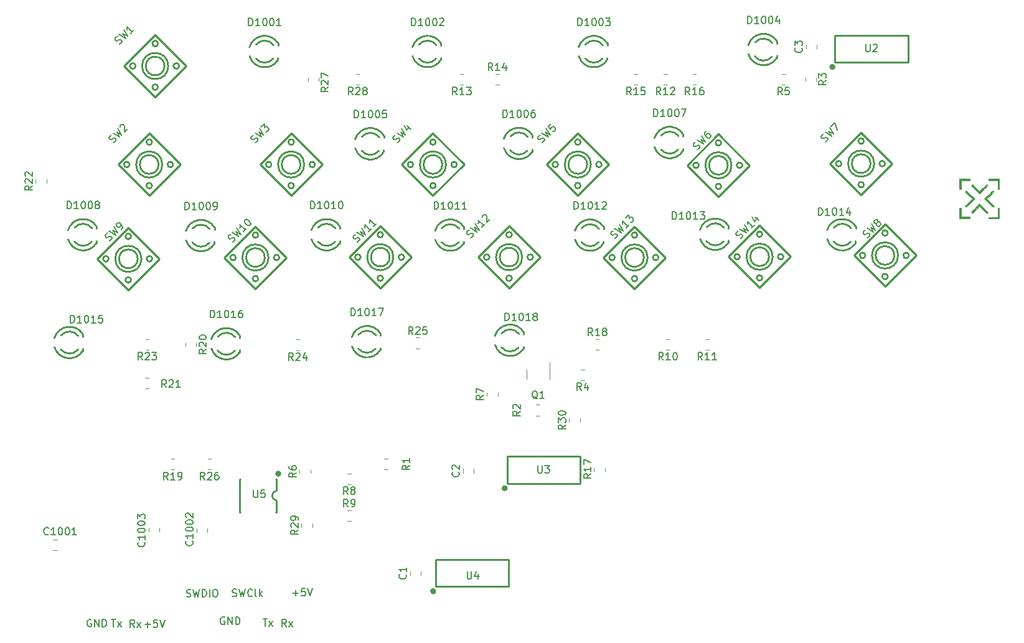
<source format=gbr>
%TF.GenerationSoftware,KiCad,Pcbnew,6.0.10+dfsg-1~bpo11+1*%
%TF.CreationDate,2023-03-07T10:26:52+00:00*%
%TF.ProjectId,CoverUI,436f7665-7255-4492-9e6b-696361645f70,rev?*%
%TF.SameCoordinates,Original*%
%TF.FileFunction,Legend,Top*%
%TF.FilePolarity,Positive*%
%FSLAX46Y46*%
G04 Gerber Fmt 4.6, Leading zero omitted, Abs format (unit mm)*
G04 Created by KiCad (PCBNEW 6.0.10+dfsg-1~bpo11+1) date 2023-03-07 10:26:52*
%MOMM*%
%LPD*%
G01*
G04 APERTURE LIST*
%ADD10C,0.150000*%
%ADD11C,0.120000*%
%ADD12C,0.250000*%
%ADD13C,0.400000*%
%ADD14C,0.010000*%
G04 APERTURE END LIST*
D10*
X82048361Y-147315180D02*
X81715028Y-146838990D01*
X81476933Y-147315180D02*
X81476933Y-146315180D01*
X81857885Y-146315180D01*
X81953123Y-146362800D01*
X82000742Y-146410419D01*
X82048361Y-146505657D01*
X82048361Y-146648514D01*
X82000742Y-146743752D01*
X81953123Y-146791371D01*
X81857885Y-146838990D01*
X81476933Y-146838990D01*
X82381695Y-147315180D02*
X82905504Y-146648514D01*
X82381695Y-146648514D02*
X82905504Y-147315180D01*
X102673161Y-147264380D02*
X102339828Y-146788190D01*
X102101733Y-147264380D02*
X102101733Y-146264380D01*
X102482685Y-146264380D01*
X102577923Y-146312000D01*
X102625542Y-146359619D01*
X102673161Y-146454857D01*
X102673161Y-146597714D01*
X102625542Y-146692952D01*
X102577923Y-146740571D01*
X102482685Y-146788190D01*
X102101733Y-146788190D01*
X103006495Y-147264380D02*
X103530304Y-146597714D01*
X103006495Y-146597714D02*
X103530304Y-147264380D01*
X78913123Y-146264380D02*
X79484552Y-146264380D01*
X79198838Y-147264380D02*
X79198838Y-146264380D01*
X79722647Y-147264380D02*
X80246457Y-146597714D01*
X79722647Y-146597714D02*
X80246457Y-147264380D01*
X83448685Y-146934228D02*
X84210590Y-146934228D01*
X83829638Y-147315180D02*
X83829638Y-146553276D01*
X85162971Y-146315180D02*
X84686780Y-146315180D01*
X84639161Y-146791371D01*
X84686780Y-146743752D01*
X84782019Y-146696133D01*
X85020114Y-146696133D01*
X85115352Y-146743752D01*
X85162971Y-146791371D01*
X85210590Y-146886609D01*
X85210590Y-147124704D01*
X85162971Y-147219942D01*
X85115352Y-147267561D01*
X85020114Y-147315180D01*
X84782019Y-147315180D01*
X84686780Y-147267561D01*
X84639161Y-147219942D01*
X85496304Y-146315180D02*
X85829638Y-147315180D01*
X86162971Y-146315180D01*
X99537923Y-146213580D02*
X100109352Y-146213580D01*
X99823638Y-147213580D02*
X99823638Y-146213580D01*
X100347447Y-147213580D02*
X100871257Y-146546914D01*
X100347447Y-146546914D02*
X100871257Y-147213580D01*
X103565485Y-142667028D02*
X104327390Y-142667028D01*
X103946438Y-143047980D02*
X103946438Y-142286076D01*
X105279771Y-142047980D02*
X104803580Y-142047980D01*
X104755961Y-142524171D01*
X104803580Y-142476552D01*
X104898819Y-142428933D01*
X105136914Y-142428933D01*
X105232152Y-142476552D01*
X105279771Y-142524171D01*
X105327390Y-142619409D01*
X105327390Y-142857504D01*
X105279771Y-142952742D01*
X105232152Y-143000361D01*
X105136914Y-143047980D01*
X104898819Y-143047980D01*
X104803580Y-143000361D01*
X104755961Y-142952742D01*
X105613104Y-142047980D02*
X105946438Y-143047980D01*
X106279771Y-142047980D01*
X94284895Y-146007200D02*
X94189657Y-145959580D01*
X94046800Y-145959580D01*
X93903942Y-146007200D01*
X93808704Y-146102438D01*
X93761085Y-146197676D01*
X93713466Y-146388152D01*
X93713466Y-146531009D01*
X93761085Y-146721485D01*
X93808704Y-146816723D01*
X93903942Y-146911961D01*
X94046800Y-146959580D01*
X94142038Y-146959580D01*
X94284895Y-146911961D01*
X94332514Y-146864342D01*
X94332514Y-146531009D01*
X94142038Y-146531009D01*
X94761085Y-146959580D02*
X94761085Y-145959580D01*
X95332514Y-146959580D01*
X95332514Y-145959580D01*
X95808704Y-146959580D02*
X95808704Y-145959580D01*
X96046800Y-145959580D01*
X96189657Y-146007200D01*
X96284895Y-146102438D01*
X96332514Y-146197676D01*
X96380133Y-146388152D01*
X96380133Y-146531009D01*
X96332514Y-146721485D01*
X96284895Y-146816723D01*
X96189657Y-146911961D01*
X96046800Y-146959580D01*
X95808704Y-146959580D01*
X76149295Y-146312000D02*
X76054057Y-146264380D01*
X75911200Y-146264380D01*
X75768342Y-146312000D01*
X75673104Y-146407238D01*
X75625485Y-146502476D01*
X75577866Y-146692952D01*
X75577866Y-146835809D01*
X75625485Y-147026285D01*
X75673104Y-147121523D01*
X75768342Y-147216761D01*
X75911200Y-147264380D01*
X76006438Y-147264380D01*
X76149295Y-147216761D01*
X76196914Y-147169142D01*
X76196914Y-146835809D01*
X76006438Y-146835809D01*
X76625485Y-147264380D02*
X76625485Y-146264380D01*
X77196914Y-147264380D01*
X77196914Y-146264380D01*
X77673104Y-147264380D02*
X77673104Y-146264380D01*
X77911200Y-146264380D01*
X78054057Y-146312000D01*
X78149295Y-146407238D01*
X78196914Y-146502476D01*
X78244533Y-146692952D01*
X78244533Y-146835809D01*
X78196914Y-147026285D01*
X78149295Y-147121523D01*
X78054057Y-147216761D01*
X77911200Y-147264380D01*
X77673104Y-147264380D01*
X95359790Y-143101961D02*
X95502647Y-143149580D01*
X95740742Y-143149580D01*
X95835980Y-143101961D01*
X95883600Y-143054342D01*
X95931219Y-142959104D01*
X95931219Y-142863866D01*
X95883600Y-142768628D01*
X95835980Y-142721009D01*
X95740742Y-142673390D01*
X95550266Y-142625771D01*
X95455028Y-142578152D01*
X95407409Y-142530533D01*
X95359790Y-142435295D01*
X95359790Y-142340057D01*
X95407409Y-142244819D01*
X95455028Y-142197200D01*
X95550266Y-142149580D01*
X95788361Y-142149580D01*
X95931219Y-142197200D01*
X96264552Y-142149580D02*
X96502647Y-143149580D01*
X96693123Y-142435295D01*
X96883600Y-143149580D01*
X97121695Y-142149580D01*
X98074076Y-143054342D02*
X98026457Y-143101961D01*
X97883600Y-143149580D01*
X97788361Y-143149580D01*
X97645504Y-143101961D01*
X97550266Y-143006723D01*
X97502647Y-142911485D01*
X97455028Y-142721009D01*
X97455028Y-142578152D01*
X97502647Y-142387676D01*
X97550266Y-142292438D01*
X97645504Y-142197200D01*
X97788361Y-142149580D01*
X97883600Y-142149580D01*
X98026457Y-142197200D01*
X98074076Y-142244819D01*
X98645504Y-143149580D02*
X98550266Y-143101961D01*
X98502647Y-143006723D01*
X98502647Y-142149580D01*
X99026457Y-143149580D02*
X99026457Y-142149580D01*
X99121695Y-142768628D02*
X99407409Y-143149580D01*
X99407409Y-142482914D02*
X99026457Y-142863866D01*
X89117752Y-143152761D02*
X89260609Y-143200380D01*
X89498704Y-143200380D01*
X89593942Y-143152761D01*
X89641561Y-143105142D01*
X89689180Y-143009904D01*
X89689180Y-142914666D01*
X89641561Y-142819428D01*
X89593942Y-142771809D01*
X89498704Y-142724190D01*
X89308228Y-142676571D01*
X89212990Y-142628952D01*
X89165371Y-142581333D01*
X89117752Y-142486095D01*
X89117752Y-142390857D01*
X89165371Y-142295619D01*
X89212990Y-142248000D01*
X89308228Y-142200380D01*
X89546323Y-142200380D01*
X89689180Y-142248000D01*
X90022514Y-142200380D02*
X90260609Y-143200380D01*
X90451085Y-142486095D01*
X90641561Y-143200380D01*
X90879657Y-142200380D01*
X91260609Y-143200380D02*
X91260609Y-142200380D01*
X91498704Y-142200380D01*
X91641561Y-142248000D01*
X91736800Y-142343238D01*
X91784419Y-142438476D01*
X91832038Y-142628952D01*
X91832038Y-142771809D01*
X91784419Y-142962285D01*
X91736800Y-143057523D01*
X91641561Y-143152761D01*
X91498704Y-143200380D01*
X91260609Y-143200380D01*
X92260609Y-143200380D02*
X92260609Y-142200380D01*
X92927276Y-142200380D02*
X93117752Y-142200380D01*
X93212990Y-142248000D01*
X93308228Y-142343238D01*
X93355847Y-142533714D01*
X93355847Y-142867047D01*
X93308228Y-143057523D01*
X93212990Y-143152761D01*
X93117752Y-143200380D01*
X92927276Y-143200380D01*
X92832038Y-143152761D01*
X92736800Y-143057523D01*
X92689180Y-142867047D01*
X92689180Y-142533714D01*
X92736800Y-142343238D01*
X92832038Y-142248000D01*
X92927276Y-142200380D01*
%TO.C,R21*%
X86377542Y-114701580D02*
X86044209Y-114225390D01*
X85806114Y-114701580D02*
X85806114Y-113701580D01*
X86187066Y-113701580D01*
X86282304Y-113749200D01*
X86329923Y-113796819D01*
X86377542Y-113892057D01*
X86377542Y-114034914D01*
X86329923Y-114130152D01*
X86282304Y-114177771D01*
X86187066Y-114225390D01*
X85806114Y-114225390D01*
X86758495Y-113796819D02*
X86806114Y-113749200D01*
X86901352Y-113701580D01*
X87139447Y-113701580D01*
X87234685Y-113749200D01*
X87282304Y-113796819D01*
X87329923Y-113892057D01*
X87329923Y-113987295D01*
X87282304Y-114130152D01*
X86710876Y-114701580D01*
X87329923Y-114701580D01*
X88282304Y-114701580D02*
X87710876Y-114701580D01*
X87996590Y-114701580D02*
X87996590Y-113701580D01*
X87901352Y-113844438D01*
X87806114Y-113939676D01*
X87710876Y-113987295D01*
%TO.C,R15*%
X149588742Y-74898780D02*
X149255409Y-74422590D01*
X149017314Y-74898780D02*
X149017314Y-73898780D01*
X149398266Y-73898780D01*
X149493504Y-73946400D01*
X149541123Y-73994019D01*
X149588742Y-74089257D01*
X149588742Y-74232114D01*
X149541123Y-74327352D01*
X149493504Y-74374971D01*
X149398266Y-74422590D01*
X149017314Y-74422590D01*
X150541123Y-74898780D02*
X149969695Y-74898780D01*
X150255409Y-74898780D02*
X150255409Y-73898780D01*
X150160171Y-74041638D01*
X150064933Y-74136876D01*
X149969695Y-74184495D01*
X151445885Y-73898780D02*
X150969695Y-73898780D01*
X150922076Y-74374971D01*
X150969695Y-74327352D01*
X151064933Y-74279733D01*
X151303028Y-74279733D01*
X151398266Y-74327352D01*
X151445885Y-74374971D01*
X151493504Y-74470209D01*
X151493504Y-74708304D01*
X151445885Y-74803542D01*
X151398266Y-74851161D01*
X151303028Y-74898780D01*
X151064933Y-74898780D01*
X150969695Y-74851161D01*
X150922076Y-74803542D01*
%TO.C,U3*%
X136906095Y-125334780D02*
X136906095Y-126144304D01*
X136953714Y-126239542D01*
X137001333Y-126287161D01*
X137096571Y-126334780D01*
X137287047Y-126334780D01*
X137382285Y-126287161D01*
X137429904Y-126239542D01*
X137477523Y-126144304D01*
X137477523Y-125334780D01*
X137858476Y-125334780D02*
X138477523Y-125334780D01*
X138144190Y-125715733D01*
X138287047Y-125715733D01*
X138382285Y-125763352D01*
X138429904Y-125810971D01*
X138477523Y-125906209D01*
X138477523Y-126144304D01*
X138429904Y-126239542D01*
X138382285Y-126287161D01*
X138287047Y-126334780D01*
X138001333Y-126334780D01*
X137906095Y-126287161D01*
X137858476Y-126239542D01*
%TO.C,U5*%
X98247295Y-128687580D02*
X98247295Y-129497104D01*
X98294914Y-129592342D01*
X98342533Y-129639961D01*
X98437771Y-129687580D01*
X98628247Y-129687580D01*
X98723485Y-129639961D01*
X98771104Y-129592342D01*
X98818723Y-129497104D01*
X98818723Y-128687580D01*
X99771104Y-128687580D02*
X99294914Y-128687580D01*
X99247295Y-129163771D01*
X99294914Y-129116152D01*
X99390152Y-129068533D01*
X99628247Y-129068533D01*
X99723485Y-129116152D01*
X99771104Y-129163771D01*
X99818723Y-129259009D01*
X99818723Y-129497104D01*
X99771104Y-129592342D01*
X99723485Y-129639961D01*
X99628247Y-129687580D01*
X99390152Y-129687580D01*
X99294914Y-129639961D01*
X99247295Y-129592342D01*
%TO.C,R6*%
X104054380Y-126319066D02*
X103578190Y-126652400D01*
X104054380Y-126890495D02*
X103054380Y-126890495D01*
X103054380Y-126509542D01*
X103102000Y-126414304D01*
X103149619Y-126366685D01*
X103244857Y-126319066D01*
X103387714Y-126319066D01*
X103482952Y-126366685D01*
X103530571Y-126414304D01*
X103578190Y-126509542D01*
X103578190Y-126890495D01*
X103054380Y-125461923D02*
X103054380Y-125652400D01*
X103102000Y-125747638D01*
X103149619Y-125795257D01*
X103292476Y-125890495D01*
X103482952Y-125938114D01*
X103863904Y-125938114D01*
X103959142Y-125890495D01*
X104006761Y-125842876D01*
X104054380Y-125747638D01*
X104054380Y-125557161D01*
X104006761Y-125461923D01*
X103959142Y-125414304D01*
X103863904Y-125366685D01*
X103625809Y-125366685D01*
X103530571Y-125414304D01*
X103482952Y-125461923D01*
X103435333Y-125557161D01*
X103435333Y-125747638D01*
X103482952Y-125842876D01*
X103530571Y-125890495D01*
X103625809Y-125938114D01*
%TO.C,D1013*%
X155211733Y-91841580D02*
X155211733Y-90841580D01*
X155449828Y-90841580D01*
X155592685Y-90889200D01*
X155687923Y-90984438D01*
X155735542Y-91079676D01*
X155783161Y-91270152D01*
X155783161Y-91413009D01*
X155735542Y-91603485D01*
X155687923Y-91698723D01*
X155592685Y-91793961D01*
X155449828Y-91841580D01*
X155211733Y-91841580D01*
X156735542Y-91841580D02*
X156164114Y-91841580D01*
X156449828Y-91841580D02*
X156449828Y-90841580D01*
X156354590Y-90984438D01*
X156259352Y-91079676D01*
X156164114Y-91127295D01*
X157354590Y-90841580D02*
X157449828Y-90841580D01*
X157545066Y-90889200D01*
X157592685Y-90936819D01*
X157640304Y-91032057D01*
X157687923Y-91222533D01*
X157687923Y-91460628D01*
X157640304Y-91651104D01*
X157592685Y-91746342D01*
X157545066Y-91793961D01*
X157449828Y-91841580D01*
X157354590Y-91841580D01*
X157259352Y-91793961D01*
X157211733Y-91746342D01*
X157164114Y-91651104D01*
X157116495Y-91460628D01*
X157116495Y-91222533D01*
X157164114Y-91032057D01*
X157211733Y-90936819D01*
X157259352Y-90889200D01*
X157354590Y-90841580D01*
X158640304Y-91841580D02*
X158068876Y-91841580D01*
X158354590Y-91841580D02*
X158354590Y-90841580D01*
X158259352Y-90984438D01*
X158164114Y-91079676D01*
X158068876Y-91127295D01*
X158973638Y-90841580D02*
X159592685Y-90841580D01*
X159259352Y-91222533D01*
X159402209Y-91222533D01*
X159497447Y-91270152D01*
X159545066Y-91317771D01*
X159592685Y-91413009D01*
X159592685Y-91651104D01*
X159545066Y-91746342D01*
X159497447Y-91793961D01*
X159402209Y-91841580D01*
X159116495Y-91841580D01*
X159021257Y-91793961D01*
X158973638Y-91746342D01*
%TO.C,D1016*%
X92375333Y-105229380D02*
X92375333Y-104229380D01*
X92613428Y-104229380D01*
X92756285Y-104277000D01*
X92851523Y-104372238D01*
X92899142Y-104467476D01*
X92946761Y-104657952D01*
X92946761Y-104800809D01*
X92899142Y-104991285D01*
X92851523Y-105086523D01*
X92756285Y-105181761D01*
X92613428Y-105229380D01*
X92375333Y-105229380D01*
X93899142Y-105229380D02*
X93327714Y-105229380D01*
X93613428Y-105229380D02*
X93613428Y-104229380D01*
X93518190Y-104372238D01*
X93422952Y-104467476D01*
X93327714Y-104515095D01*
X94518190Y-104229380D02*
X94613428Y-104229380D01*
X94708666Y-104277000D01*
X94756285Y-104324619D01*
X94803904Y-104419857D01*
X94851523Y-104610333D01*
X94851523Y-104848428D01*
X94803904Y-105038904D01*
X94756285Y-105134142D01*
X94708666Y-105181761D01*
X94613428Y-105229380D01*
X94518190Y-105229380D01*
X94422952Y-105181761D01*
X94375333Y-105134142D01*
X94327714Y-105038904D01*
X94280095Y-104848428D01*
X94280095Y-104610333D01*
X94327714Y-104419857D01*
X94375333Y-104324619D01*
X94422952Y-104277000D01*
X94518190Y-104229380D01*
X95803904Y-105229380D02*
X95232476Y-105229380D01*
X95518190Y-105229380D02*
X95518190Y-104229380D01*
X95422952Y-104372238D01*
X95327714Y-104467476D01*
X95232476Y-104515095D01*
X96661047Y-104229380D02*
X96470571Y-104229380D01*
X96375333Y-104277000D01*
X96327714Y-104324619D01*
X96232476Y-104467476D01*
X96184857Y-104657952D01*
X96184857Y-105038904D01*
X96232476Y-105134142D01*
X96280095Y-105181761D01*
X96375333Y-105229380D01*
X96565809Y-105229380D01*
X96661047Y-105181761D01*
X96708666Y-105134142D01*
X96756285Y-105038904D01*
X96756285Y-104800809D01*
X96708666Y-104705571D01*
X96661047Y-104657952D01*
X96565809Y-104610333D01*
X96375333Y-104610333D01*
X96280095Y-104657952D01*
X96232476Y-104705571D01*
X96184857Y-104800809D01*
%TO.C,U2*%
X181508495Y-68032380D02*
X181508495Y-68841904D01*
X181556114Y-68937142D01*
X181603733Y-68984761D01*
X181698971Y-69032380D01*
X181889447Y-69032380D01*
X181984685Y-68984761D01*
X182032304Y-68937142D01*
X182079923Y-68841904D01*
X182079923Y-68032380D01*
X182508495Y-68127619D02*
X182556114Y-68080000D01*
X182651352Y-68032380D01*
X182889447Y-68032380D01*
X182984685Y-68080000D01*
X183032304Y-68127619D01*
X183079923Y-68222857D01*
X183079923Y-68318095D01*
X183032304Y-68460952D01*
X182460876Y-69032380D01*
X183079923Y-69032380D01*
%TO.C,R8*%
X111085333Y-129254780D02*
X110752000Y-128778590D01*
X110513904Y-129254780D02*
X110513904Y-128254780D01*
X110894857Y-128254780D01*
X110990095Y-128302400D01*
X111037714Y-128350019D01*
X111085333Y-128445257D01*
X111085333Y-128588114D01*
X111037714Y-128683352D01*
X110990095Y-128730971D01*
X110894857Y-128778590D01*
X110513904Y-128778590D01*
X111656761Y-128683352D02*
X111561523Y-128635733D01*
X111513904Y-128588114D01*
X111466285Y-128492876D01*
X111466285Y-128445257D01*
X111513904Y-128350019D01*
X111561523Y-128302400D01*
X111656761Y-128254780D01*
X111847238Y-128254780D01*
X111942476Y-128302400D01*
X111990095Y-128350019D01*
X112037714Y-128445257D01*
X112037714Y-128492876D01*
X111990095Y-128588114D01*
X111942476Y-128635733D01*
X111847238Y-128683352D01*
X111656761Y-128683352D01*
X111561523Y-128730971D01*
X111513904Y-128778590D01*
X111466285Y-128873828D01*
X111466285Y-129064304D01*
X111513904Y-129159542D01*
X111561523Y-129207161D01*
X111656761Y-129254780D01*
X111847238Y-129254780D01*
X111942476Y-129207161D01*
X111990095Y-129159542D01*
X112037714Y-129064304D01*
X112037714Y-128873828D01*
X111990095Y-128778590D01*
X111942476Y-128730971D01*
X111847238Y-128683352D01*
%TO.C,R3*%
X176118780Y-72963066D02*
X175642590Y-73296400D01*
X176118780Y-73534495D02*
X175118780Y-73534495D01*
X175118780Y-73153542D01*
X175166400Y-73058304D01*
X175214019Y-73010685D01*
X175309257Y-72963066D01*
X175452114Y-72963066D01*
X175547352Y-73010685D01*
X175594971Y-73058304D01*
X175642590Y-73153542D01*
X175642590Y-73534495D01*
X175118780Y-72629733D02*
X175118780Y-72010685D01*
X175499733Y-72344019D01*
X175499733Y-72201161D01*
X175547352Y-72105923D01*
X175594971Y-72058304D01*
X175690209Y-72010685D01*
X175928304Y-72010685D01*
X176023542Y-72058304D01*
X176071161Y-72105923D01*
X176118780Y-72201161D01*
X176118780Y-72486876D01*
X176071161Y-72582114D01*
X176023542Y-72629733D01*
%TO.C,SW12*%
X127796398Y-94345451D02*
X127931085Y-94278107D01*
X128099444Y-94109749D01*
X128133115Y-94008733D01*
X128133115Y-93941390D01*
X128099444Y-93840375D01*
X128032100Y-93773031D01*
X127931085Y-93739359D01*
X127863741Y-93739359D01*
X127762726Y-93773031D01*
X127594367Y-93874046D01*
X127493352Y-93907718D01*
X127426009Y-93907718D01*
X127324993Y-93874046D01*
X127257650Y-93806703D01*
X127223978Y-93705688D01*
X127223978Y-93638344D01*
X127257650Y-93537329D01*
X127426009Y-93368970D01*
X127560696Y-93301627D01*
X127762726Y-93032253D02*
X128638192Y-93571001D01*
X128267802Y-92931237D01*
X128907566Y-93301627D01*
X128368818Y-92426161D01*
X129715688Y-92493505D02*
X129311627Y-92897566D01*
X129513657Y-92695535D02*
X128806550Y-91988428D01*
X128840222Y-92156787D01*
X128840222Y-92291474D01*
X128806550Y-92392489D01*
X129345298Y-91584367D02*
X129345298Y-91517024D01*
X129378970Y-91416009D01*
X129547329Y-91247650D01*
X129648344Y-91213978D01*
X129715688Y-91213978D01*
X129816703Y-91247650D01*
X129884046Y-91314993D01*
X129951390Y-91449680D01*
X129951390Y-92257802D01*
X130389123Y-91820070D01*
%TO.C,R14*%
X130763542Y-71598780D02*
X130430209Y-71122590D01*
X130192114Y-71598780D02*
X130192114Y-70598780D01*
X130573066Y-70598780D01*
X130668304Y-70646400D01*
X130715923Y-70694019D01*
X130763542Y-70789257D01*
X130763542Y-70932114D01*
X130715923Y-71027352D01*
X130668304Y-71074971D01*
X130573066Y-71122590D01*
X130192114Y-71122590D01*
X131715923Y-71598780D02*
X131144495Y-71598780D01*
X131430209Y-71598780D02*
X131430209Y-70598780D01*
X131334971Y-70741638D01*
X131239733Y-70836876D01*
X131144495Y-70884495D01*
X132573066Y-70932114D02*
X132573066Y-71598780D01*
X132334971Y-70551161D02*
X132096876Y-71265447D01*
X132715923Y-71265447D01*
%TO.C,R17*%
X144140180Y-126481057D02*
X143663990Y-126814390D01*
X144140180Y-127052485D02*
X143140180Y-127052485D01*
X143140180Y-126671533D01*
X143187800Y-126576295D01*
X143235419Y-126528676D01*
X143330657Y-126481057D01*
X143473514Y-126481057D01*
X143568752Y-126528676D01*
X143616371Y-126576295D01*
X143663990Y-126671533D01*
X143663990Y-127052485D01*
X144140180Y-125528676D02*
X144140180Y-126100104D01*
X144140180Y-125814390D02*
X143140180Y-125814390D01*
X143283038Y-125909628D01*
X143378276Y-126004866D01*
X143425895Y-126100104D01*
X143140180Y-125195342D02*
X143140180Y-124528676D01*
X144140180Y-124957247D01*
%TO.C,R4*%
X142833333Y-115102380D02*
X142500000Y-114626190D01*
X142261904Y-115102380D02*
X142261904Y-114102380D01*
X142642857Y-114102380D01*
X142738095Y-114150000D01*
X142785714Y-114197619D01*
X142833333Y-114292857D01*
X142833333Y-114435714D01*
X142785714Y-114530952D01*
X142738095Y-114578571D01*
X142642857Y-114626190D01*
X142261904Y-114626190D01*
X143690476Y-114435714D02*
X143690476Y-115102380D01*
X143452380Y-114054761D02*
X143214285Y-114769047D01*
X143833333Y-114769047D01*
%TO.C,C3*%
X172768742Y-68543466D02*
X172816361Y-68591085D01*
X172863980Y-68733942D01*
X172863980Y-68829180D01*
X172816361Y-68972038D01*
X172721123Y-69067276D01*
X172625885Y-69114895D01*
X172435409Y-69162514D01*
X172292552Y-69162514D01*
X172102076Y-69114895D01*
X172006838Y-69067276D01*
X171911600Y-68972038D01*
X171863980Y-68829180D01*
X171863980Y-68733942D01*
X171911600Y-68591085D01*
X171959219Y-68543466D01*
X171863980Y-68210133D02*
X171863980Y-67591085D01*
X172244933Y-67924419D01*
X172244933Y-67781561D01*
X172292552Y-67686323D01*
X172340171Y-67638704D01*
X172435409Y-67591085D01*
X172673504Y-67591085D01*
X172768742Y-67638704D01*
X172816361Y-67686323D01*
X172863980Y-67781561D01*
X172863980Y-68067276D01*
X172816361Y-68162514D01*
X172768742Y-68210133D01*
%TO.C,SW5*%
X137473115Y-81408733D02*
X137607802Y-81341390D01*
X137776161Y-81173031D01*
X137809833Y-81072016D01*
X137809833Y-81004672D01*
X137776161Y-80903657D01*
X137708818Y-80836314D01*
X137607802Y-80802642D01*
X137540459Y-80802642D01*
X137439444Y-80836314D01*
X137271085Y-80937329D01*
X137170070Y-80971001D01*
X137102726Y-80971001D01*
X137001711Y-80937329D01*
X136934367Y-80869985D01*
X136900696Y-80768970D01*
X136900696Y-80701627D01*
X136934367Y-80600611D01*
X137102726Y-80432253D01*
X137237413Y-80364909D01*
X137439444Y-80095535D02*
X138314909Y-80634283D01*
X137944520Y-79994520D01*
X138584283Y-80364909D01*
X138045535Y-79489444D01*
X138651627Y-78883352D02*
X138314909Y-79220070D01*
X138617955Y-79590459D01*
X138617955Y-79523115D01*
X138651627Y-79422100D01*
X138819985Y-79253741D01*
X138921001Y-79220070D01*
X138988344Y-79220070D01*
X139089359Y-79253741D01*
X139257718Y-79422100D01*
X139291390Y-79523115D01*
X139291390Y-79590459D01*
X139257718Y-79691474D01*
X139089359Y-79859833D01*
X138988344Y-79893505D01*
X138921001Y-79893505D01*
%TO.C,D1005*%
X111955333Y-78029380D02*
X111955333Y-77029380D01*
X112193428Y-77029380D01*
X112336285Y-77077000D01*
X112431523Y-77172238D01*
X112479142Y-77267476D01*
X112526761Y-77457952D01*
X112526761Y-77600809D01*
X112479142Y-77791285D01*
X112431523Y-77886523D01*
X112336285Y-77981761D01*
X112193428Y-78029380D01*
X111955333Y-78029380D01*
X113479142Y-78029380D02*
X112907714Y-78029380D01*
X113193428Y-78029380D02*
X113193428Y-77029380D01*
X113098190Y-77172238D01*
X113002952Y-77267476D01*
X112907714Y-77315095D01*
X114098190Y-77029380D02*
X114193428Y-77029380D01*
X114288666Y-77077000D01*
X114336285Y-77124619D01*
X114383904Y-77219857D01*
X114431523Y-77410333D01*
X114431523Y-77648428D01*
X114383904Y-77838904D01*
X114336285Y-77934142D01*
X114288666Y-77981761D01*
X114193428Y-78029380D01*
X114098190Y-78029380D01*
X114002952Y-77981761D01*
X113955333Y-77934142D01*
X113907714Y-77838904D01*
X113860095Y-77648428D01*
X113860095Y-77410333D01*
X113907714Y-77219857D01*
X113955333Y-77124619D01*
X114002952Y-77077000D01*
X114098190Y-77029380D01*
X115050571Y-77029380D02*
X115145809Y-77029380D01*
X115241047Y-77077000D01*
X115288666Y-77124619D01*
X115336285Y-77219857D01*
X115383904Y-77410333D01*
X115383904Y-77648428D01*
X115336285Y-77838904D01*
X115288666Y-77934142D01*
X115241047Y-77981761D01*
X115145809Y-78029380D01*
X115050571Y-78029380D01*
X114955333Y-77981761D01*
X114907714Y-77934142D01*
X114860095Y-77838904D01*
X114812476Y-77648428D01*
X114812476Y-77410333D01*
X114860095Y-77219857D01*
X114907714Y-77124619D01*
X114955333Y-77077000D01*
X115050571Y-77029380D01*
X116288666Y-77029380D02*
X115812476Y-77029380D01*
X115764857Y-77505571D01*
X115812476Y-77457952D01*
X115907714Y-77410333D01*
X116145809Y-77410333D01*
X116241047Y-77457952D01*
X116288666Y-77505571D01*
X116336285Y-77600809D01*
X116336285Y-77838904D01*
X116288666Y-77934142D01*
X116241047Y-77981761D01*
X116145809Y-78029380D01*
X115907714Y-78029380D01*
X115812476Y-77981761D01*
X115764857Y-77934142D01*
%TO.C,R10*%
X153957542Y-110966780D02*
X153624209Y-110490590D01*
X153386114Y-110966780D02*
X153386114Y-109966780D01*
X153767066Y-109966780D01*
X153862304Y-110014400D01*
X153909923Y-110062019D01*
X153957542Y-110157257D01*
X153957542Y-110300114D01*
X153909923Y-110395352D01*
X153862304Y-110442971D01*
X153767066Y-110490590D01*
X153386114Y-110490590D01*
X154909923Y-110966780D02*
X154338495Y-110966780D01*
X154624209Y-110966780D02*
X154624209Y-109966780D01*
X154528971Y-110109638D01*
X154433733Y-110204876D01*
X154338495Y-110252495D01*
X155528971Y-109966780D02*
X155624209Y-109966780D01*
X155719447Y-110014400D01*
X155767066Y-110062019D01*
X155814685Y-110157257D01*
X155862304Y-110347733D01*
X155862304Y-110585828D01*
X155814685Y-110776304D01*
X155767066Y-110871542D01*
X155719447Y-110919161D01*
X155624209Y-110966780D01*
X155528971Y-110966780D01*
X155433733Y-110919161D01*
X155386114Y-110871542D01*
X155338495Y-110776304D01*
X155290876Y-110585828D01*
X155290876Y-110347733D01*
X155338495Y-110157257D01*
X155386114Y-110062019D01*
X155433733Y-110014400D01*
X155528971Y-109966780D01*
%TO.C,R25*%
X119921542Y-107463580D02*
X119588209Y-106987390D01*
X119350114Y-107463580D02*
X119350114Y-106463580D01*
X119731066Y-106463580D01*
X119826304Y-106511200D01*
X119873923Y-106558819D01*
X119921542Y-106654057D01*
X119921542Y-106796914D01*
X119873923Y-106892152D01*
X119826304Y-106939771D01*
X119731066Y-106987390D01*
X119350114Y-106987390D01*
X120302495Y-106558819D02*
X120350114Y-106511200D01*
X120445352Y-106463580D01*
X120683447Y-106463580D01*
X120778685Y-106511200D01*
X120826304Y-106558819D01*
X120873923Y-106654057D01*
X120873923Y-106749295D01*
X120826304Y-106892152D01*
X120254876Y-107463580D01*
X120873923Y-107463580D01*
X121778685Y-106463580D02*
X121302495Y-106463580D01*
X121254876Y-106939771D01*
X121302495Y-106892152D01*
X121397733Y-106844533D01*
X121635828Y-106844533D01*
X121731066Y-106892152D01*
X121778685Y-106939771D01*
X121826304Y-107035009D01*
X121826304Y-107273104D01*
X121778685Y-107368342D01*
X121731066Y-107415961D01*
X121635828Y-107463580D01*
X121397733Y-107463580D01*
X121302495Y-107415961D01*
X121254876Y-107368342D01*
%TO.C,R23*%
X83126342Y-110966780D02*
X82793009Y-110490590D01*
X82554914Y-110966780D02*
X82554914Y-109966780D01*
X82935866Y-109966780D01*
X83031104Y-110014400D01*
X83078723Y-110062019D01*
X83126342Y-110157257D01*
X83126342Y-110300114D01*
X83078723Y-110395352D01*
X83031104Y-110442971D01*
X82935866Y-110490590D01*
X82554914Y-110490590D01*
X83507295Y-110062019D02*
X83554914Y-110014400D01*
X83650152Y-109966780D01*
X83888247Y-109966780D01*
X83983485Y-110014400D01*
X84031104Y-110062019D01*
X84078723Y-110157257D01*
X84078723Y-110252495D01*
X84031104Y-110395352D01*
X83459676Y-110966780D01*
X84078723Y-110966780D01*
X84412057Y-109966780D02*
X85031104Y-109966780D01*
X84697771Y-110347733D01*
X84840628Y-110347733D01*
X84935866Y-110395352D01*
X84983485Y-110442971D01*
X85031104Y-110538209D01*
X85031104Y-110776304D01*
X84983485Y-110871542D01*
X84935866Y-110919161D01*
X84840628Y-110966780D01*
X84554914Y-110966780D01*
X84459676Y-110919161D01*
X84412057Y-110871542D01*
%TO.C,R30*%
X140686780Y-119803657D02*
X140210590Y-120136990D01*
X140686780Y-120375085D02*
X139686780Y-120375085D01*
X139686780Y-119994133D01*
X139734400Y-119898895D01*
X139782019Y-119851276D01*
X139877257Y-119803657D01*
X140020114Y-119803657D01*
X140115352Y-119851276D01*
X140162971Y-119898895D01*
X140210590Y-119994133D01*
X140210590Y-120375085D01*
X139686780Y-119470323D02*
X139686780Y-118851276D01*
X140067733Y-119184609D01*
X140067733Y-119041752D01*
X140115352Y-118946514D01*
X140162971Y-118898895D01*
X140258209Y-118851276D01*
X140496304Y-118851276D01*
X140591542Y-118898895D01*
X140639161Y-118946514D01*
X140686780Y-119041752D01*
X140686780Y-119327466D01*
X140639161Y-119422704D01*
X140591542Y-119470323D01*
X139686780Y-118232228D02*
X139686780Y-118136990D01*
X139734400Y-118041752D01*
X139782019Y-117994133D01*
X139877257Y-117946514D01*
X140067733Y-117898895D01*
X140305828Y-117898895D01*
X140496304Y-117946514D01*
X140591542Y-117994133D01*
X140639161Y-118041752D01*
X140686780Y-118136990D01*
X140686780Y-118232228D01*
X140639161Y-118327466D01*
X140591542Y-118375085D01*
X140496304Y-118422704D01*
X140305828Y-118470323D01*
X140067733Y-118470323D01*
X139877257Y-118422704D01*
X139782019Y-118375085D01*
X139734400Y-118327466D01*
X139686780Y-118232228D01*
%TO.C,D1012*%
X141845333Y-90459380D02*
X141845333Y-89459380D01*
X142083428Y-89459380D01*
X142226285Y-89507000D01*
X142321523Y-89602238D01*
X142369142Y-89697476D01*
X142416761Y-89887952D01*
X142416761Y-90030809D01*
X142369142Y-90221285D01*
X142321523Y-90316523D01*
X142226285Y-90411761D01*
X142083428Y-90459380D01*
X141845333Y-90459380D01*
X143369142Y-90459380D02*
X142797714Y-90459380D01*
X143083428Y-90459380D02*
X143083428Y-89459380D01*
X142988190Y-89602238D01*
X142892952Y-89697476D01*
X142797714Y-89745095D01*
X143988190Y-89459380D02*
X144083428Y-89459380D01*
X144178666Y-89507000D01*
X144226285Y-89554619D01*
X144273904Y-89649857D01*
X144321523Y-89840333D01*
X144321523Y-90078428D01*
X144273904Y-90268904D01*
X144226285Y-90364142D01*
X144178666Y-90411761D01*
X144083428Y-90459380D01*
X143988190Y-90459380D01*
X143892952Y-90411761D01*
X143845333Y-90364142D01*
X143797714Y-90268904D01*
X143750095Y-90078428D01*
X143750095Y-89840333D01*
X143797714Y-89649857D01*
X143845333Y-89554619D01*
X143892952Y-89507000D01*
X143988190Y-89459380D01*
X145273904Y-90459380D02*
X144702476Y-90459380D01*
X144988190Y-90459380D02*
X144988190Y-89459380D01*
X144892952Y-89602238D01*
X144797714Y-89697476D01*
X144702476Y-89745095D01*
X145654857Y-89554619D02*
X145702476Y-89507000D01*
X145797714Y-89459380D01*
X146035809Y-89459380D01*
X146131047Y-89507000D01*
X146178666Y-89554619D01*
X146226285Y-89649857D01*
X146226285Y-89745095D01*
X146178666Y-89887952D01*
X145607238Y-90459380D01*
X146226285Y-90459380D01*
%TO.C,Q1*%
X136861561Y-116276019D02*
X136766323Y-116228400D01*
X136671085Y-116133161D01*
X136528228Y-115990304D01*
X136432990Y-115942685D01*
X136337752Y-115942685D01*
X136385371Y-116180780D02*
X136290133Y-116133161D01*
X136194895Y-116037923D01*
X136147276Y-115847447D01*
X136147276Y-115514114D01*
X136194895Y-115323638D01*
X136290133Y-115228400D01*
X136385371Y-115180780D01*
X136575847Y-115180780D01*
X136671085Y-115228400D01*
X136766323Y-115323638D01*
X136813942Y-115514114D01*
X136813942Y-115847447D01*
X136766323Y-116037923D01*
X136671085Y-116133161D01*
X136575847Y-116180780D01*
X136385371Y-116180780D01*
X137766323Y-116180780D02*
X137194895Y-116180780D01*
X137480609Y-116180780D02*
X137480609Y-115180780D01*
X137385371Y-115323638D01*
X137290133Y-115418876D01*
X137194895Y-115466495D01*
%TO.C,C1001*%
X70337561Y-134672342D02*
X70289942Y-134719961D01*
X70147085Y-134767580D01*
X70051847Y-134767580D01*
X69908990Y-134719961D01*
X69813752Y-134624723D01*
X69766133Y-134529485D01*
X69718514Y-134339009D01*
X69718514Y-134196152D01*
X69766133Y-134005676D01*
X69813752Y-133910438D01*
X69908990Y-133815200D01*
X70051847Y-133767580D01*
X70147085Y-133767580D01*
X70289942Y-133815200D01*
X70337561Y-133862819D01*
X71289942Y-134767580D02*
X70718514Y-134767580D01*
X71004228Y-134767580D02*
X71004228Y-133767580D01*
X70908990Y-133910438D01*
X70813752Y-134005676D01*
X70718514Y-134053295D01*
X71908990Y-133767580D02*
X72004228Y-133767580D01*
X72099466Y-133815200D01*
X72147085Y-133862819D01*
X72194704Y-133958057D01*
X72242323Y-134148533D01*
X72242323Y-134386628D01*
X72194704Y-134577104D01*
X72147085Y-134672342D01*
X72099466Y-134719961D01*
X72004228Y-134767580D01*
X71908990Y-134767580D01*
X71813752Y-134719961D01*
X71766133Y-134672342D01*
X71718514Y-134577104D01*
X71670895Y-134386628D01*
X71670895Y-134148533D01*
X71718514Y-133958057D01*
X71766133Y-133862819D01*
X71813752Y-133815200D01*
X71908990Y-133767580D01*
X72861371Y-133767580D02*
X72956609Y-133767580D01*
X73051847Y-133815200D01*
X73099466Y-133862819D01*
X73147085Y-133958057D01*
X73194704Y-134148533D01*
X73194704Y-134386628D01*
X73147085Y-134577104D01*
X73099466Y-134672342D01*
X73051847Y-134719961D01*
X72956609Y-134767580D01*
X72861371Y-134767580D01*
X72766133Y-134719961D01*
X72718514Y-134672342D01*
X72670895Y-134577104D01*
X72623276Y-134386628D01*
X72623276Y-134148533D01*
X72670895Y-133958057D01*
X72718514Y-133862819D01*
X72766133Y-133815200D01*
X72861371Y-133767580D01*
X74147085Y-134767580D02*
X73575657Y-134767580D01*
X73861371Y-134767580D02*
X73861371Y-133767580D01*
X73766133Y-133910438D01*
X73670895Y-134005676D01*
X73575657Y-134053295D01*
%TO.C,D1002*%
X119735333Y-65489380D02*
X119735333Y-64489380D01*
X119973428Y-64489380D01*
X120116285Y-64537000D01*
X120211523Y-64632238D01*
X120259142Y-64727476D01*
X120306761Y-64917952D01*
X120306761Y-65060809D01*
X120259142Y-65251285D01*
X120211523Y-65346523D01*
X120116285Y-65441761D01*
X119973428Y-65489380D01*
X119735333Y-65489380D01*
X121259142Y-65489380D02*
X120687714Y-65489380D01*
X120973428Y-65489380D02*
X120973428Y-64489380D01*
X120878190Y-64632238D01*
X120782952Y-64727476D01*
X120687714Y-64775095D01*
X121878190Y-64489380D02*
X121973428Y-64489380D01*
X122068666Y-64537000D01*
X122116285Y-64584619D01*
X122163904Y-64679857D01*
X122211523Y-64870333D01*
X122211523Y-65108428D01*
X122163904Y-65298904D01*
X122116285Y-65394142D01*
X122068666Y-65441761D01*
X121973428Y-65489380D01*
X121878190Y-65489380D01*
X121782952Y-65441761D01*
X121735333Y-65394142D01*
X121687714Y-65298904D01*
X121640095Y-65108428D01*
X121640095Y-64870333D01*
X121687714Y-64679857D01*
X121735333Y-64584619D01*
X121782952Y-64537000D01*
X121878190Y-64489380D01*
X122830571Y-64489380D02*
X122925809Y-64489380D01*
X123021047Y-64537000D01*
X123068666Y-64584619D01*
X123116285Y-64679857D01*
X123163904Y-64870333D01*
X123163904Y-65108428D01*
X123116285Y-65298904D01*
X123068666Y-65394142D01*
X123021047Y-65441761D01*
X122925809Y-65489380D01*
X122830571Y-65489380D01*
X122735333Y-65441761D01*
X122687714Y-65394142D01*
X122640095Y-65298904D01*
X122592476Y-65108428D01*
X122592476Y-64870333D01*
X122640095Y-64679857D01*
X122687714Y-64584619D01*
X122735333Y-64537000D01*
X122830571Y-64489380D01*
X123544857Y-64584619D02*
X123592476Y-64537000D01*
X123687714Y-64489380D01*
X123925809Y-64489380D01*
X124021047Y-64537000D01*
X124068666Y-64584619D01*
X124116285Y-64679857D01*
X124116285Y-64775095D01*
X124068666Y-64917952D01*
X123497238Y-65489380D01*
X124116285Y-65489380D01*
%TO.C,D1006*%
X132165333Y-77979380D02*
X132165333Y-76979380D01*
X132403428Y-76979380D01*
X132546285Y-77027000D01*
X132641523Y-77122238D01*
X132689142Y-77217476D01*
X132736761Y-77407952D01*
X132736761Y-77550809D01*
X132689142Y-77741285D01*
X132641523Y-77836523D01*
X132546285Y-77931761D01*
X132403428Y-77979380D01*
X132165333Y-77979380D01*
X133689142Y-77979380D02*
X133117714Y-77979380D01*
X133403428Y-77979380D02*
X133403428Y-76979380D01*
X133308190Y-77122238D01*
X133212952Y-77217476D01*
X133117714Y-77265095D01*
X134308190Y-76979380D02*
X134403428Y-76979380D01*
X134498666Y-77027000D01*
X134546285Y-77074619D01*
X134593904Y-77169857D01*
X134641523Y-77360333D01*
X134641523Y-77598428D01*
X134593904Y-77788904D01*
X134546285Y-77884142D01*
X134498666Y-77931761D01*
X134403428Y-77979380D01*
X134308190Y-77979380D01*
X134212952Y-77931761D01*
X134165333Y-77884142D01*
X134117714Y-77788904D01*
X134070095Y-77598428D01*
X134070095Y-77360333D01*
X134117714Y-77169857D01*
X134165333Y-77074619D01*
X134212952Y-77027000D01*
X134308190Y-76979380D01*
X135260571Y-76979380D02*
X135355809Y-76979380D01*
X135451047Y-77027000D01*
X135498666Y-77074619D01*
X135546285Y-77169857D01*
X135593904Y-77360333D01*
X135593904Y-77598428D01*
X135546285Y-77788904D01*
X135498666Y-77884142D01*
X135451047Y-77931761D01*
X135355809Y-77979380D01*
X135260571Y-77979380D01*
X135165333Y-77931761D01*
X135117714Y-77884142D01*
X135070095Y-77788904D01*
X135022476Y-77598428D01*
X135022476Y-77360333D01*
X135070095Y-77169857D01*
X135117714Y-77074619D01*
X135165333Y-77027000D01*
X135260571Y-76979380D01*
X136451047Y-76979380D02*
X136260571Y-76979380D01*
X136165333Y-77027000D01*
X136117714Y-77074619D01*
X136022476Y-77217476D01*
X135974857Y-77407952D01*
X135974857Y-77788904D01*
X136022476Y-77884142D01*
X136070095Y-77931761D01*
X136165333Y-77979380D01*
X136355809Y-77979380D01*
X136451047Y-77931761D01*
X136498666Y-77884142D01*
X136546285Y-77788904D01*
X136546285Y-77550809D01*
X136498666Y-77455571D01*
X136451047Y-77407952D01*
X136355809Y-77360333D01*
X136165333Y-77360333D01*
X136070095Y-77407952D01*
X136022476Y-77455571D01*
X135974857Y-77550809D01*
%TO.C,SW8*%
X181715401Y-94345418D02*
X181850088Y-94278075D01*
X182018447Y-94109716D01*
X182052119Y-94008701D01*
X182052119Y-93941357D01*
X182018447Y-93840342D01*
X181951104Y-93772999D01*
X181850088Y-93739327D01*
X181782745Y-93739327D01*
X181681730Y-93772999D01*
X181513371Y-93874014D01*
X181412356Y-93907686D01*
X181345012Y-93907686D01*
X181243997Y-93874014D01*
X181176653Y-93806670D01*
X181142982Y-93705655D01*
X181142982Y-93638312D01*
X181176653Y-93537296D01*
X181345012Y-93368938D01*
X181479699Y-93301594D01*
X181681730Y-93032220D02*
X182557195Y-93570968D01*
X182186806Y-92931205D01*
X182826569Y-93301594D01*
X182287821Y-92426129D01*
X182961256Y-92358785D02*
X182860241Y-92392457D01*
X182792897Y-92392457D01*
X182691882Y-92358785D01*
X182658210Y-92325113D01*
X182624539Y-92224098D01*
X182624539Y-92156755D01*
X182658210Y-92055739D01*
X182792897Y-91921052D01*
X182893913Y-91887381D01*
X182961256Y-91887381D01*
X183062271Y-91921052D01*
X183095943Y-91954724D01*
X183129615Y-92055739D01*
X183129615Y-92123083D01*
X183095943Y-92224098D01*
X182961256Y-92358785D01*
X182927584Y-92459800D01*
X182927584Y-92527144D01*
X182961256Y-92628159D01*
X183095943Y-92762846D01*
X183196958Y-92796518D01*
X183264302Y-92796518D01*
X183365317Y-92762846D01*
X183500004Y-92628159D01*
X183533676Y-92527144D01*
X183533676Y-92459800D01*
X183500004Y-92358785D01*
X183365317Y-92224098D01*
X183264302Y-92190426D01*
X183196958Y-92190426D01*
X183095943Y-92224098D01*
%TO.C,R2*%
X134508380Y-117971866D02*
X134032190Y-118305200D01*
X134508380Y-118543295D02*
X133508380Y-118543295D01*
X133508380Y-118162342D01*
X133556000Y-118067104D01*
X133603619Y-118019485D01*
X133698857Y-117971866D01*
X133841714Y-117971866D01*
X133936952Y-118019485D01*
X133984571Y-118067104D01*
X134032190Y-118162342D01*
X134032190Y-118543295D01*
X133603619Y-117590914D02*
X133556000Y-117543295D01*
X133508380Y-117448057D01*
X133508380Y-117209961D01*
X133556000Y-117114723D01*
X133603619Y-117067104D01*
X133698857Y-117019485D01*
X133794095Y-117019485D01*
X133936952Y-117067104D01*
X134508380Y-117638533D01*
X134508380Y-117019485D01*
%TO.C,R22*%
X68144380Y-87291657D02*
X67668190Y-87624990D01*
X68144380Y-87863085D02*
X67144380Y-87863085D01*
X67144380Y-87482133D01*
X67192000Y-87386895D01*
X67239619Y-87339276D01*
X67334857Y-87291657D01*
X67477714Y-87291657D01*
X67572952Y-87339276D01*
X67620571Y-87386895D01*
X67668190Y-87482133D01*
X67668190Y-87863085D01*
X67239619Y-86910704D02*
X67192000Y-86863085D01*
X67144380Y-86767847D01*
X67144380Y-86529752D01*
X67192000Y-86434514D01*
X67239619Y-86386895D01*
X67334857Y-86339276D01*
X67430095Y-86339276D01*
X67572952Y-86386895D01*
X68144380Y-86958323D01*
X68144380Y-86339276D01*
X67239619Y-85958323D02*
X67192000Y-85910704D01*
X67144380Y-85815466D01*
X67144380Y-85577371D01*
X67192000Y-85482133D01*
X67239619Y-85434514D01*
X67334857Y-85386895D01*
X67430095Y-85386895D01*
X67572952Y-85434514D01*
X68144380Y-86005942D01*
X68144380Y-85386895D01*
%TO.C,SW2*%
X79183115Y-81408733D02*
X79317802Y-81341390D01*
X79486161Y-81173031D01*
X79519833Y-81072016D01*
X79519833Y-81004672D01*
X79486161Y-80903657D01*
X79418818Y-80836314D01*
X79317802Y-80802642D01*
X79250459Y-80802642D01*
X79149444Y-80836314D01*
X78981085Y-80937329D01*
X78880070Y-80971001D01*
X78812726Y-80971001D01*
X78711711Y-80937329D01*
X78644367Y-80869985D01*
X78610696Y-80768970D01*
X78610696Y-80701627D01*
X78644367Y-80600611D01*
X78812726Y-80432253D01*
X78947413Y-80364909D01*
X79149444Y-80095535D02*
X80024909Y-80634283D01*
X79654520Y-79994520D01*
X80294283Y-80364909D01*
X79755535Y-79489444D01*
X80058581Y-79321085D02*
X80058581Y-79253741D01*
X80092253Y-79152726D01*
X80260611Y-78984367D01*
X80361627Y-78950696D01*
X80428970Y-78950696D01*
X80529985Y-78984367D01*
X80597329Y-79051711D01*
X80664672Y-79186398D01*
X80664672Y-79994520D01*
X81102405Y-79556787D01*
%TO.C,SW9*%
X78642200Y-94751818D02*
X78776887Y-94684475D01*
X78945246Y-94516116D01*
X78978918Y-94415101D01*
X78978918Y-94347757D01*
X78945246Y-94246742D01*
X78877903Y-94179399D01*
X78776887Y-94145727D01*
X78709544Y-94145727D01*
X78608529Y-94179399D01*
X78440170Y-94280414D01*
X78339155Y-94314086D01*
X78271811Y-94314086D01*
X78170796Y-94280414D01*
X78103452Y-94213070D01*
X78069781Y-94112055D01*
X78069781Y-94044712D01*
X78103452Y-93943696D01*
X78271811Y-93775338D01*
X78406498Y-93707994D01*
X78608529Y-93438620D02*
X79483994Y-93977368D01*
X79113605Y-93337605D01*
X79753368Y-93707994D01*
X79214620Y-92832529D01*
X80224773Y-93236590D02*
X80359460Y-93101903D01*
X80393131Y-93000887D01*
X80393131Y-92933544D01*
X80359460Y-92765185D01*
X80258444Y-92596826D01*
X79989070Y-92327452D01*
X79888055Y-92293781D01*
X79820712Y-92293781D01*
X79719696Y-92327452D01*
X79585009Y-92462139D01*
X79551338Y-92563155D01*
X79551338Y-92630498D01*
X79585009Y-92731513D01*
X79753368Y-92899872D01*
X79854383Y-92933544D01*
X79921727Y-92933544D01*
X80022742Y-92899872D01*
X80157429Y-92765185D01*
X80191101Y-92664170D01*
X80191101Y-92596826D01*
X80157429Y-92495811D01*
%TO.C,U4*%
X127304895Y-139761980D02*
X127304895Y-140571504D01*
X127352514Y-140666742D01*
X127400133Y-140714361D01*
X127495371Y-140761980D01*
X127685847Y-140761980D01*
X127781085Y-140714361D01*
X127828704Y-140666742D01*
X127876323Y-140571504D01*
X127876323Y-139761980D01*
X128781085Y-140095314D02*
X128781085Y-140761980D01*
X128542990Y-139714361D02*
X128304895Y-140428647D01*
X128923942Y-140428647D01*
%TO.C,SW1*%
X79993115Y-68008733D02*
X80127802Y-67941390D01*
X80296161Y-67773031D01*
X80329833Y-67672016D01*
X80329833Y-67604672D01*
X80296161Y-67503657D01*
X80228818Y-67436314D01*
X80127802Y-67402642D01*
X80060459Y-67402642D01*
X79959444Y-67436314D01*
X79791085Y-67537329D01*
X79690070Y-67571001D01*
X79622726Y-67571001D01*
X79521711Y-67537329D01*
X79454367Y-67469985D01*
X79420696Y-67368970D01*
X79420696Y-67301627D01*
X79454367Y-67200611D01*
X79622726Y-67032253D01*
X79757413Y-66964909D01*
X79959444Y-66695535D02*
X80834909Y-67234283D01*
X80464520Y-66594520D01*
X81104283Y-66964909D01*
X80565535Y-66089444D01*
X81912405Y-66156787D02*
X81508344Y-66560848D01*
X81710375Y-66358818D02*
X81003268Y-65651711D01*
X81036940Y-65820070D01*
X81036940Y-65954757D01*
X81003268Y-66055772D01*
%TO.C,R29*%
X104308380Y-134107657D02*
X103832190Y-134440990D01*
X104308380Y-134679085D02*
X103308380Y-134679085D01*
X103308380Y-134298133D01*
X103356000Y-134202895D01*
X103403619Y-134155276D01*
X103498857Y-134107657D01*
X103641714Y-134107657D01*
X103736952Y-134155276D01*
X103784571Y-134202895D01*
X103832190Y-134298133D01*
X103832190Y-134679085D01*
X103403619Y-133726704D02*
X103356000Y-133679085D01*
X103308380Y-133583847D01*
X103308380Y-133345752D01*
X103356000Y-133250514D01*
X103403619Y-133202895D01*
X103498857Y-133155276D01*
X103594095Y-133155276D01*
X103736952Y-133202895D01*
X104308380Y-133774323D01*
X104308380Y-133155276D01*
X104308380Y-132679085D02*
X104308380Y-132488609D01*
X104260761Y-132393371D01*
X104213142Y-132345752D01*
X104070285Y-132250514D01*
X103879809Y-132202895D01*
X103498857Y-132202895D01*
X103403619Y-132250514D01*
X103356000Y-132298133D01*
X103308380Y-132393371D01*
X103308380Y-132583847D01*
X103356000Y-132679085D01*
X103403619Y-132726704D01*
X103498857Y-132774323D01*
X103736952Y-132774323D01*
X103832190Y-132726704D01*
X103879809Y-132679085D01*
X103927428Y-132583847D01*
X103927428Y-132393371D01*
X103879809Y-132298133D01*
X103832190Y-132250514D01*
X103736952Y-132202895D01*
%TO.C,R20*%
X91815180Y-109507257D02*
X91338990Y-109840590D01*
X91815180Y-110078685D02*
X90815180Y-110078685D01*
X90815180Y-109697733D01*
X90862800Y-109602495D01*
X90910419Y-109554876D01*
X91005657Y-109507257D01*
X91148514Y-109507257D01*
X91243752Y-109554876D01*
X91291371Y-109602495D01*
X91338990Y-109697733D01*
X91338990Y-110078685D01*
X90910419Y-109126304D02*
X90862800Y-109078685D01*
X90815180Y-108983447D01*
X90815180Y-108745352D01*
X90862800Y-108650114D01*
X90910419Y-108602495D01*
X91005657Y-108554876D01*
X91100895Y-108554876D01*
X91243752Y-108602495D01*
X91815180Y-109173923D01*
X91815180Y-108554876D01*
X90815180Y-107935828D02*
X90815180Y-107840590D01*
X90862800Y-107745352D01*
X90910419Y-107697733D01*
X91005657Y-107650114D01*
X91196133Y-107602495D01*
X91434228Y-107602495D01*
X91624704Y-107650114D01*
X91719942Y-107697733D01*
X91767561Y-107745352D01*
X91815180Y-107840590D01*
X91815180Y-107935828D01*
X91767561Y-108031066D01*
X91719942Y-108078685D01*
X91624704Y-108126304D01*
X91434228Y-108173923D01*
X91196133Y-108173923D01*
X91005657Y-108126304D01*
X90910419Y-108078685D01*
X90862800Y-108031066D01*
X90815180Y-107935828D01*
%TO.C,SW13*%
X147393483Y-94428136D02*
X147528170Y-94360792D01*
X147696529Y-94192434D01*
X147730200Y-94091418D01*
X147730200Y-94024075D01*
X147696529Y-93923060D01*
X147629185Y-93855716D01*
X147528170Y-93822044D01*
X147460826Y-93822044D01*
X147359811Y-93855716D01*
X147191452Y-93956731D01*
X147090437Y-93990403D01*
X147023094Y-93990403D01*
X146922078Y-93956731D01*
X146854735Y-93889388D01*
X146821063Y-93788373D01*
X146821063Y-93721029D01*
X146854735Y-93620014D01*
X147023094Y-93451655D01*
X147157781Y-93384312D01*
X147359811Y-93114938D02*
X148235277Y-93653686D01*
X147864887Y-93013922D01*
X148504651Y-93384312D01*
X147965903Y-92508846D01*
X149312773Y-92576190D02*
X148908712Y-92980251D01*
X149110742Y-92778220D02*
X148403635Y-92071113D01*
X148437307Y-92239472D01*
X148437307Y-92374159D01*
X148403635Y-92475174D01*
X148841368Y-91633381D02*
X149279101Y-91195648D01*
X149312773Y-91700724D01*
X149413788Y-91599709D01*
X149514803Y-91566037D01*
X149582147Y-91566037D01*
X149683162Y-91599709D01*
X149851521Y-91768068D01*
X149885192Y-91869083D01*
X149885192Y-91936426D01*
X149851521Y-92037442D01*
X149649490Y-92239472D01*
X149548475Y-92273144D01*
X149481131Y-92273144D01*
%TO.C,C1*%
X118920742Y-140149966D02*
X118968361Y-140197585D01*
X119015980Y-140340442D01*
X119015980Y-140435680D01*
X118968361Y-140578538D01*
X118873123Y-140673776D01*
X118777885Y-140721395D01*
X118587409Y-140769014D01*
X118444552Y-140769014D01*
X118254076Y-140721395D01*
X118158838Y-140673776D01*
X118063600Y-140578538D01*
X118015980Y-140435680D01*
X118015980Y-140340442D01*
X118063600Y-140197585D01*
X118111219Y-140149966D01*
X119015980Y-139197585D02*
X119015980Y-139769014D01*
X119015980Y-139483300D02*
X118015980Y-139483300D01*
X118158838Y-139578538D01*
X118254076Y-139673776D01*
X118301695Y-139769014D01*
%TO.C,R11*%
X159291542Y-110966780D02*
X158958209Y-110490590D01*
X158720114Y-110966780D02*
X158720114Y-109966780D01*
X159101066Y-109966780D01*
X159196304Y-110014400D01*
X159243923Y-110062019D01*
X159291542Y-110157257D01*
X159291542Y-110300114D01*
X159243923Y-110395352D01*
X159196304Y-110442971D01*
X159101066Y-110490590D01*
X158720114Y-110490590D01*
X160243923Y-110966780D02*
X159672495Y-110966780D01*
X159958209Y-110966780D02*
X159958209Y-109966780D01*
X159862971Y-110109638D01*
X159767733Y-110204876D01*
X159672495Y-110252495D01*
X161196304Y-110966780D02*
X160624876Y-110966780D01*
X160910590Y-110966780D02*
X160910590Y-109966780D01*
X160815352Y-110109638D01*
X160720114Y-110204876D01*
X160624876Y-110252495D01*
%TO.C,D1007*%
X152665333Y-77859380D02*
X152665333Y-76859380D01*
X152903428Y-76859380D01*
X153046285Y-76907000D01*
X153141523Y-77002238D01*
X153189142Y-77097476D01*
X153236761Y-77287952D01*
X153236761Y-77430809D01*
X153189142Y-77621285D01*
X153141523Y-77716523D01*
X153046285Y-77811761D01*
X152903428Y-77859380D01*
X152665333Y-77859380D01*
X154189142Y-77859380D02*
X153617714Y-77859380D01*
X153903428Y-77859380D02*
X153903428Y-76859380D01*
X153808190Y-77002238D01*
X153712952Y-77097476D01*
X153617714Y-77145095D01*
X154808190Y-76859380D02*
X154903428Y-76859380D01*
X154998666Y-76907000D01*
X155046285Y-76954619D01*
X155093904Y-77049857D01*
X155141523Y-77240333D01*
X155141523Y-77478428D01*
X155093904Y-77668904D01*
X155046285Y-77764142D01*
X154998666Y-77811761D01*
X154903428Y-77859380D01*
X154808190Y-77859380D01*
X154712952Y-77811761D01*
X154665333Y-77764142D01*
X154617714Y-77668904D01*
X154570095Y-77478428D01*
X154570095Y-77240333D01*
X154617714Y-77049857D01*
X154665333Y-76954619D01*
X154712952Y-76907000D01*
X154808190Y-76859380D01*
X155760571Y-76859380D02*
X155855809Y-76859380D01*
X155951047Y-76907000D01*
X155998666Y-76954619D01*
X156046285Y-77049857D01*
X156093904Y-77240333D01*
X156093904Y-77478428D01*
X156046285Y-77668904D01*
X155998666Y-77764142D01*
X155951047Y-77811761D01*
X155855809Y-77859380D01*
X155760571Y-77859380D01*
X155665333Y-77811761D01*
X155617714Y-77764142D01*
X155570095Y-77668904D01*
X155522476Y-77478428D01*
X155522476Y-77240333D01*
X155570095Y-77049857D01*
X155617714Y-76954619D01*
X155665333Y-76907000D01*
X155760571Y-76859380D01*
X156427238Y-76859380D02*
X157093904Y-76859380D01*
X156665333Y-77859380D01*
%TO.C,R27*%
X108408180Y-73887057D02*
X107931990Y-74220390D01*
X108408180Y-74458485D02*
X107408180Y-74458485D01*
X107408180Y-74077533D01*
X107455800Y-73982295D01*
X107503419Y-73934676D01*
X107598657Y-73887057D01*
X107741514Y-73887057D01*
X107836752Y-73934676D01*
X107884371Y-73982295D01*
X107931990Y-74077533D01*
X107931990Y-74458485D01*
X107503419Y-73506104D02*
X107455800Y-73458485D01*
X107408180Y-73363247D01*
X107408180Y-73125152D01*
X107455800Y-73029914D01*
X107503419Y-72982295D01*
X107598657Y-72934676D01*
X107693895Y-72934676D01*
X107836752Y-72982295D01*
X108408180Y-73553723D01*
X108408180Y-72934676D01*
X107408180Y-72601342D02*
X107408180Y-71934676D01*
X108408180Y-72363247D01*
%TO.C,D1017*%
X111495333Y-104949380D02*
X111495333Y-103949380D01*
X111733428Y-103949380D01*
X111876285Y-103997000D01*
X111971523Y-104092238D01*
X112019142Y-104187476D01*
X112066761Y-104377952D01*
X112066761Y-104520809D01*
X112019142Y-104711285D01*
X111971523Y-104806523D01*
X111876285Y-104901761D01*
X111733428Y-104949380D01*
X111495333Y-104949380D01*
X113019142Y-104949380D02*
X112447714Y-104949380D01*
X112733428Y-104949380D02*
X112733428Y-103949380D01*
X112638190Y-104092238D01*
X112542952Y-104187476D01*
X112447714Y-104235095D01*
X113638190Y-103949380D02*
X113733428Y-103949380D01*
X113828666Y-103997000D01*
X113876285Y-104044619D01*
X113923904Y-104139857D01*
X113971523Y-104330333D01*
X113971523Y-104568428D01*
X113923904Y-104758904D01*
X113876285Y-104854142D01*
X113828666Y-104901761D01*
X113733428Y-104949380D01*
X113638190Y-104949380D01*
X113542952Y-104901761D01*
X113495333Y-104854142D01*
X113447714Y-104758904D01*
X113400095Y-104568428D01*
X113400095Y-104330333D01*
X113447714Y-104139857D01*
X113495333Y-104044619D01*
X113542952Y-103997000D01*
X113638190Y-103949380D01*
X114923904Y-104949380D02*
X114352476Y-104949380D01*
X114638190Y-104949380D02*
X114638190Y-103949380D01*
X114542952Y-104092238D01*
X114447714Y-104187476D01*
X114352476Y-104235095D01*
X115257238Y-103949380D02*
X115923904Y-103949380D01*
X115495333Y-104949380D01*
%TO.C,D1014*%
X175074533Y-91282780D02*
X175074533Y-90282780D01*
X175312628Y-90282780D01*
X175455485Y-90330400D01*
X175550723Y-90425638D01*
X175598342Y-90520876D01*
X175645961Y-90711352D01*
X175645961Y-90854209D01*
X175598342Y-91044685D01*
X175550723Y-91139923D01*
X175455485Y-91235161D01*
X175312628Y-91282780D01*
X175074533Y-91282780D01*
X176598342Y-91282780D02*
X176026914Y-91282780D01*
X176312628Y-91282780D02*
X176312628Y-90282780D01*
X176217390Y-90425638D01*
X176122152Y-90520876D01*
X176026914Y-90568495D01*
X177217390Y-90282780D02*
X177312628Y-90282780D01*
X177407866Y-90330400D01*
X177455485Y-90378019D01*
X177503104Y-90473257D01*
X177550723Y-90663733D01*
X177550723Y-90901828D01*
X177503104Y-91092304D01*
X177455485Y-91187542D01*
X177407866Y-91235161D01*
X177312628Y-91282780D01*
X177217390Y-91282780D01*
X177122152Y-91235161D01*
X177074533Y-91187542D01*
X177026914Y-91092304D01*
X176979295Y-90901828D01*
X176979295Y-90663733D01*
X177026914Y-90473257D01*
X177074533Y-90378019D01*
X177122152Y-90330400D01*
X177217390Y-90282780D01*
X178503104Y-91282780D02*
X177931676Y-91282780D01*
X178217390Y-91282780D02*
X178217390Y-90282780D01*
X178122152Y-90425638D01*
X178026914Y-90520876D01*
X177931676Y-90568495D01*
X179360247Y-90616114D02*
X179360247Y-91282780D01*
X179122152Y-90235161D02*
X178884057Y-90949447D01*
X179503104Y-90949447D01*
%TO.C,D1010*%
X105995333Y-90399380D02*
X105995333Y-89399380D01*
X106233428Y-89399380D01*
X106376285Y-89447000D01*
X106471523Y-89542238D01*
X106519142Y-89637476D01*
X106566761Y-89827952D01*
X106566761Y-89970809D01*
X106519142Y-90161285D01*
X106471523Y-90256523D01*
X106376285Y-90351761D01*
X106233428Y-90399380D01*
X105995333Y-90399380D01*
X107519142Y-90399380D02*
X106947714Y-90399380D01*
X107233428Y-90399380D02*
X107233428Y-89399380D01*
X107138190Y-89542238D01*
X107042952Y-89637476D01*
X106947714Y-89685095D01*
X108138190Y-89399380D02*
X108233428Y-89399380D01*
X108328666Y-89447000D01*
X108376285Y-89494619D01*
X108423904Y-89589857D01*
X108471523Y-89780333D01*
X108471523Y-90018428D01*
X108423904Y-90208904D01*
X108376285Y-90304142D01*
X108328666Y-90351761D01*
X108233428Y-90399380D01*
X108138190Y-90399380D01*
X108042952Y-90351761D01*
X107995333Y-90304142D01*
X107947714Y-90208904D01*
X107900095Y-90018428D01*
X107900095Y-89780333D01*
X107947714Y-89589857D01*
X107995333Y-89494619D01*
X108042952Y-89447000D01*
X108138190Y-89399380D01*
X109423904Y-90399380D02*
X108852476Y-90399380D01*
X109138190Y-90399380D02*
X109138190Y-89399380D01*
X109042952Y-89542238D01*
X108947714Y-89637476D01*
X108852476Y-89685095D01*
X110042952Y-89399380D02*
X110138190Y-89399380D01*
X110233428Y-89447000D01*
X110281047Y-89494619D01*
X110328666Y-89589857D01*
X110376285Y-89780333D01*
X110376285Y-90018428D01*
X110328666Y-90208904D01*
X110281047Y-90304142D01*
X110233428Y-90351761D01*
X110138190Y-90399380D01*
X110042952Y-90399380D01*
X109947714Y-90351761D01*
X109900095Y-90304142D01*
X109852476Y-90208904D01*
X109804857Y-90018428D01*
X109804857Y-89780333D01*
X109852476Y-89589857D01*
X109900095Y-89494619D01*
X109947714Y-89447000D01*
X110042952Y-89399380D01*
%TO.C,R1*%
X119454380Y-125319066D02*
X118978190Y-125652400D01*
X119454380Y-125890495D02*
X118454380Y-125890495D01*
X118454380Y-125509542D01*
X118502000Y-125414304D01*
X118549619Y-125366685D01*
X118644857Y-125319066D01*
X118787714Y-125319066D01*
X118882952Y-125366685D01*
X118930571Y-125414304D01*
X118978190Y-125509542D01*
X118978190Y-125890495D01*
X119454380Y-124366685D02*
X119454380Y-124938114D01*
X119454380Y-124652400D02*
X118454380Y-124652400D01*
X118597238Y-124747638D01*
X118692476Y-124842876D01*
X118740095Y-124938114D01*
%TO.C,SW14*%
X164411483Y-94478936D02*
X164546170Y-94411592D01*
X164714529Y-94243234D01*
X164748200Y-94142218D01*
X164748200Y-94074875D01*
X164714529Y-93973860D01*
X164647185Y-93906516D01*
X164546170Y-93872844D01*
X164478826Y-93872844D01*
X164377811Y-93906516D01*
X164209452Y-94007531D01*
X164108437Y-94041203D01*
X164041094Y-94041203D01*
X163940078Y-94007531D01*
X163872735Y-93940188D01*
X163839063Y-93839173D01*
X163839063Y-93771829D01*
X163872735Y-93670814D01*
X164041094Y-93502455D01*
X164175781Y-93435112D01*
X164377811Y-93165738D02*
X165253277Y-93704486D01*
X164882887Y-93064722D01*
X165522651Y-93435112D01*
X164983903Y-92559646D01*
X166330773Y-92626990D02*
X165926712Y-93031051D01*
X166128742Y-92829020D02*
X165421635Y-92121913D01*
X165455307Y-92290272D01*
X165455307Y-92424959D01*
X165421635Y-92525974D01*
X166465460Y-91549494D02*
X166936864Y-92020898D01*
X166027727Y-91448478D02*
X166364444Y-92121913D01*
X166802177Y-91684181D01*
%TO.C,R7*%
X129510780Y-115803466D02*
X129034590Y-116136800D01*
X129510780Y-116374895D02*
X128510780Y-116374895D01*
X128510780Y-115993942D01*
X128558400Y-115898704D01*
X128606019Y-115851085D01*
X128701257Y-115803466D01*
X128844114Y-115803466D01*
X128939352Y-115851085D01*
X128986971Y-115898704D01*
X129034590Y-115993942D01*
X129034590Y-116374895D01*
X128510780Y-115470133D02*
X128510780Y-114803466D01*
X129510780Y-115232038D01*
%TO.C,D1018*%
X132453333Y-105608380D02*
X132453333Y-104608380D01*
X132691428Y-104608380D01*
X132834285Y-104656000D01*
X132929523Y-104751238D01*
X132977142Y-104846476D01*
X133024761Y-105036952D01*
X133024761Y-105179809D01*
X132977142Y-105370285D01*
X132929523Y-105465523D01*
X132834285Y-105560761D01*
X132691428Y-105608380D01*
X132453333Y-105608380D01*
X133977142Y-105608380D02*
X133405714Y-105608380D01*
X133691428Y-105608380D02*
X133691428Y-104608380D01*
X133596190Y-104751238D01*
X133500952Y-104846476D01*
X133405714Y-104894095D01*
X134596190Y-104608380D02*
X134691428Y-104608380D01*
X134786666Y-104656000D01*
X134834285Y-104703619D01*
X134881904Y-104798857D01*
X134929523Y-104989333D01*
X134929523Y-105227428D01*
X134881904Y-105417904D01*
X134834285Y-105513142D01*
X134786666Y-105560761D01*
X134691428Y-105608380D01*
X134596190Y-105608380D01*
X134500952Y-105560761D01*
X134453333Y-105513142D01*
X134405714Y-105417904D01*
X134358095Y-105227428D01*
X134358095Y-104989333D01*
X134405714Y-104798857D01*
X134453333Y-104703619D01*
X134500952Y-104656000D01*
X134596190Y-104608380D01*
X135881904Y-105608380D02*
X135310476Y-105608380D01*
X135596190Y-105608380D02*
X135596190Y-104608380D01*
X135500952Y-104751238D01*
X135405714Y-104846476D01*
X135310476Y-104894095D01*
X136453333Y-105036952D02*
X136358095Y-104989333D01*
X136310476Y-104941714D01*
X136262857Y-104846476D01*
X136262857Y-104798857D01*
X136310476Y-104703619D01*
X136358095Y-104656000D01*
X136453333Y-104608380D01*
X136643809Y-104608380D01*
X136739047Y-104656000D01*
X136786666Y-104703619D01*
X136834285Y-104798857D01*
X136834285Y-104846476D01*
X136786666Y-104941714D01*
X136739047Y-104989333D01*
X136643809Y-105036952D01*
X136453333Y-105036952D01*
X136358095Y-105084571D01*
X136310476Y-105132190D01*
X136262857Y-105227428D01*
X136262857Y-105417904D01*
X136310476Y-105513142D01*
X136358095Y-105560761D01*
X136453333Y-105608380D01*
X136643809Y-105608380D01*
X136739047Y-105560761D01*
X136786666Y-105513142D01*
X136834285Y-105417904D01*
X136834285Y-105227428D01*
X136786666Y-105132190D01*
X136739047Y-105084571D01*
X136643809Y-105036952D01*
%TO.C,SW6*%
X158601401Y-82356618D02*
X158736088Y-82289275D01*
X158904447Y-82120916D01*
X158938119Y-82019901D01*
X158938119Y-81952557D01*
X158904447Y-81851542D01*
X158837104Y-81784199D01*
X158736088Y-81750527D01*
X158668745Y-81750527D01*
X158567730Y-81784199D01*
X158399371Y-81885214D01*
X158298356Y-81918886D01*
X158231012Y-81918886D01*
X158129997Y-81885214D01*
X158062653Y-81817870D01*
X158028982Y-81716855D01*
X158028982Y-81649512D01*
X158062653Y-81548496D01*
X158231012Y-81380138D01*
X158365699Y-81312794D01*
X158567730Y-81043420D02*
X159443195Y-81582168D01*
X159072806Y-80942405D01*
X159712569Y-81312794D01*
X159173821Y-80437329D01*
X159746241Y-79864909D02*
X159611554Y-79999596D01*
X159577882Y-80100611D01*
X159577882Y-80167955D01*
X159611554Y-80336313D01*
X159712569Y-80504672D01*
X159981943Y-80774046D01*
X160082958Y-80807718D01*
X160150302Y-80807718D01*
X160251317Y-80774046D01*
X160386004Y-80639359D01*
X160419676Y-80538344D01*
X160419676Y-80471000D01*
X160386004Y-80369985D01*
X160217645Y-80201626D01*
X160116630Y-80167955D01*
X160049287Y-80167955D01*
X159948271Y-80201626D01*
X159813584Y-80336313D01*
X159779913Y-80437329D01*
X159779913Y-80504672D01*
X159813584Y-80605687D01*
%TO.C,R28*%
X111763542Y-74898780D02*
X111430209Y-74422590D01*
X111192114Y-74898780D02*
X111192114Y-73898780D01*
X111573066Y-73898780D01*
X111668304Y-73946400D01*
X111715923Y-73994019D01*
X111763542Y-74089257D01*
X111763542Y-74232114D01*
X111715923Y-74327352D01*
X111668304Y-74374971D01*
X111573066Y-74422590D01*
X111192114Y-74422590D01*
X112144495Y-73994019D02*
X112192114Y-73946400D01*
X112287352Y-73898780D01*
X112525447Y-73898780D01*
X112620685Y-73946400D01*
X112668304Y-73994019D01*
X112715923Y-74089257D01*
X112715923Y-74184495D01*
X112668304Y-74327352D01*
X112096876Y-74898780D01*
X112715923Y-74898780D01*
X113287352Y-74327352D02*
X113192114Y-74279733D01*
X113144495Y-74232114D01*
X113096876Y-74136876D01*
X113096876Y-74089257D01*
X113144495Y-73994019D01*
X113192114Y-73946400D01*
X113287352Y-73898780D01*
X113477828Y-73898780D01*
X113573066Y-73946400D01*
X113620685Y-73994019D01*
X113668304Y-74089257D01*
X113668304Y-74136876D01*
X113620685Y-74232114D01*
X113573066Y-74279733D01*
X113477828Y-74327352D01*
X113287352Y-74327352D01*
X113192114Y-74374971D01*
X113144495Y-74422590D01*
X113096876Y-74517828D01*
X113096876Y-74708304D01*
X113144495Y-74803542D01*
X113192114Y-74851161D01*
X113287352Y-74898780D01*
X113477828Y-74898780D01*
X113573066Y-74851161D01*
X113620685Y-74803542D01*
X113668304Y-74708304D01*
X113668304Y-74517828D01*
X113620685Y-74422590D01*
X113573066Y-74374971D01*
X113477828Y-74327352D01*
%TO.C,D1001*%
X97575333Y-65489380D02*
X97575333Y-64489380D01*
X97813428Y-64489380D01*
X97956285Y-64537000D01*
X98051523Y-64632238D01*
X98099142Y-64727476D01*
X98146761Y-64917952D01*
X98146761Y-65060809D01*
X98099142Y-65251285D01*
X98051523Y-65346523D01*
X97956285Y-65441761D01*
X97813428Y-65489380D01*
X97575333Y-65489380D01*
X99099142Y-65489380D02*
X98527714Y-65489380D01*
X98813428Y-65489380D02*
X98813428Y-64489380D01*
X98718190Y-64632238D01*
X98622952Y-64727476D01*
X98527714Y-64775095D01*
X99718190Y-64489380D02*
X99813428Y-64489380D01*
X99908666Y-64537000D01*
X99956285Y-64584619D01*
X100003904Y-64679857D01*
X100051523Y-64870333D01*
X100051523Y-65108428D01*
X100003904Y-65298904D01*
X99956285Y-65394142D01*
X99908666Y-65441761D01*
X99813428Y-65489380D01*
X99718190Y-65489380D01*
X99622952Y-65441761D01*
X99575333Y-65394142D01*
X99527714Y-65298904D01*
X99480095Y-65108428D01*
X99480095Y-64870333D01*
X99527714Y-64679857D01*
X99575333Y-64584619D01*
X99622952Y-64537000D01*
X99718190Y-64489380D01*
X100670571Y-64489380D02*
X100765809Y-64489380D01*
X100861047Y-64537000D01*
X100908666Y-64584619D01*
X100956285Y-64679857D01*
X101003904Y-64870333D01*
X101003904Y-65108428D01*
X100956285Y-65298904D01*
X100908666Y-65394142D01*
X100861047Y-65441761D01*
X100765809Y-65489380D01*
X100670571Y-65489380D01*
X100575333Y-65441761D01*
X100527714Y-65394142D01*
X100480095Y-65298904D01*
X100432476Y-65108428D01*
X100432476Y-64870333D01*
X100480095Y-64679857D01*
X100527714Y-64584619D01*
X100575333Y-64537000D01*
X100670571Y-64489380D01*
X101956285Y-65489380D02*
X101384857Y-65489380D01*
X101670571Y-65489380D02*
X101670571Y-64489380D01*
X101575333Y-64632238D01*
X101480095Y-64727476D01*
X101384857Y-64775095D01*
%TO.C,D1004*%
X165435333Y-65209380D02*
X165435333Y-64209380D01*
X165673428Y-64209380D01*
X165816285Y-64257000D01*
X165911523Y-64352238D01*
X165959142Y-64447476D01*
X166006761Y-64637952D01*
X166006761Y-64780809D01*
X165959142Y-64971285D01*
X165911523Y-65066523D01*
X165816285Y-65161761D01*
X165673428Y-65209380D01*
X165435333Y-65209380D01*
X166959142Y-65209380D02*
X166387714Y-65209380D01*
X166673428Y-65209380D02*
X166673428Y-64209380D01*
X166578190Y-64352238D01*
X166482952Y-64447476D01*
X166387714Y-64495095D01*
X167578190Y-64209380D02*
X167673428Y-64209380D01*
X167768666Y-64257000D01*
X167816285Y-64304619D01*
X167863904Y-64399857D01*
X167911523Y-64590333D01*
X167911523Y-64828428D01*
X167863904Y-65018904D01*
X167816285Y-65114142D01*
X167768666Y-65161761D01*
X167673428Y-65209380D01*
X167578190Y-65209380D01*
X167482952Y-65161761D01*
X167435333Y-65114142D01*
X167387714Y-65018904D01*
X167340095Y-64828428D01*
X167340095Y-64590333D01*
X167387714Y-64399857D01*
X167435333Y-64304619D01*
X167482952Y-64257000D01*
X167578190Y-64209380D01*
X168530571Y-64209380D02*
X168625809Y-64209380D01*
X168721047Y-64257000D01*
X168768666Y-64304619D01*
X168816285Y-64399857D01*
X168863904Y-64590333D01*
X168863904Y-64828428D01*
X168816285Y-65018904D01*
X168768666Y-65114142D01*
X168721047Y-65161761D01*
X168625809Y-65209380D01*
X168530571Y-65209380D01*
X168435333Y-65161761D01*
X168387714Y-65114142D01*
X168340095Y-65018904D01*
X168292476Y-64828428D01*
X168292476Y-64590333D01*
X168340095Y-64399857D01*
X168387714Y-64304619D01*
X168435333Y-64257000D01*
X168530571Y-64209380D01*
X169721047Y-64542714D02*
X169721047Y-65209380D01*
X169482952Y-64161761D02*
X169244857Y-64876047D01*
X169863904Y-64876047D01*
%TO.C,D1008*%
X72890333Y-90399380D02*
X72890333Y-89399380D01*
X73128428Y-89399380D01*
X73271285Y-89447000D01*
X73366523Y-89542238D01*
X73414142Y-89637476D01*
X73461761Y-89827952D01*
X73461761Y-89970809D01*
X73414142Y-90161285D01*
X73366523Y-90256523D01*
X73271285Y-90351761D01*
X73128428Y-90399380D01*
X72890333Y-90399380D01*
X74414142Y-90399380D02*
X73842714Y-90399380D01*
X74128428Y-90399380D02*
X74128428Y-89399380D01*
X74033190Y-89542238D01*
X73937952Y-89637476D01*
X73842714Y-89685095D01*
X75033190Y-89399380D02*
X75128428Y-89399380D01*
X75223666Y-89447000D01*
X75271285Y-89494619D01*
X75318904Y-89589857D01*
X75366523Y-89780333D01*
X75366523Y-90018428D01*
X75318904Y-90208904D01*
X75271285Y-90304142D01*
X75223666Y-90351761D01*
X75128428Y-90399380D01*
X75033190Y-90399380D01*
X74937952Y-90351761D01*
X74890333Y-90304142D01*
X74842714Y-90208904D01*
X74795095Y-90018428D01*
X74795095Y-89780333D01*
X74842714Y-89589857D01*
X74890333Y-89494619D01*
X74937952Y-89447000D01*
X75033190Y-89399380D01*
X75985571Y-89399380D02*
X76080809Y-89399380D01*
X76176047Y-89447000D01*
X76223666Y-89494619D01*
X76271285Y-89589857D01*
X76318904Y-89780333D01*
X76318904Y-90018428D01*
X76271285Y-90208904D01*
X76223666Y-90304142D01*
X76176047Y-90351761D01*
X76080809Y-90399380D01*
X75985571Y-90399380D01*
X75890333Y-90351761D01*
X75842714Y-90304142D01*
X75795095Y-90208904D01*
X75747476Y-90018428D01*
X75747476Y-89780333D01*
X75795095Y-89589857D01*
X75842714Y-89494619D01*
X75890333Y-89447000D01*
X75985571Y-89399380D01*
X76890333Y-89827952D02*
X76795095Y-89780333D01*
X76747476Y-89732714D01*
X76699857Y-89637476D01*
X76699857Y-89589857D01*
X76747476Y-89494619D01*
X76795095Y-89447000D01*
X76890333Y-89399380D01*
X77080809Y-89399380D01*
X77176047Y-89447000D01*
X77223666Y-89494619D01*
X77271285Y-89589857D01*
X77271285Y-89637476D01*
X77223666Y-89732714D01*
X77176047Y-89780333D01*
X77080809Y-89827952D01*
X76890333Y-89827952D01*
X76795095Y-89875571D01*
X76747476Y-89923190D01*
X76699857Y-90018428D01*
X76699857Y-90208904D01*
X76747476Y-90304142D01*
X76795095Y-90351761D01*
X76890333Y-90399380D01*
X77080809Y-90399380D01*
X77176047Y-90351761D01*
X77223666Y-90304142D01*
X77271285Y-90208904D01*
X77271285Y-90018428D01*
X77223666Y-89923190D01*
X77176047Y-89875571D01*
X77080809Y-89827952D01*
%TO.C,R18*%
X144357142Y-107666780D02*
X144023809Y-107190590D01*
X143785714Y-107666780D02*
X143785714Y-106666780D01*
X144166666Y-106666780D01*
X144261904Y-106714400D01*
X144309523Y-106762019D01*
X144357142Y-106857257D01*
X144357142Y-107000114D01*
X144309523Y-107095352D01*
X144261904Y-107142971D01*
X144166666Y-107190590D01*
X143785714Y-107190590D01*
X145309523Y-107666780D02*
X144738095Y-107666780D01*
X145023809Y-107666780D02*
X145023809Y-106666780D01*
X144928571Y-106809638D01*
X144833333Y-106904876D01*
X144738095Y-106952495D01*
X145880952Y-107095352D02*
X145785714Y-107047733D01*
X145738095Y-107000114D01*
X145690476Y-106904876D01*
X145690476Y-106857257D01*
X145738095Y-106762019D01*
X145785714Y-106714400D01*
X145880952Y-106666780D01*
X146071428Y-106666780D01*
X146166666Y-106714400D01*
X146214285Y-106762019D01*
X146261904Y-106857257D01*
X146261904Y-106904876D01*
X146214285Y-107000114D01*
X146166666Y-107047733D01*
X146071428Y-107095352D01*
X145880952Y-107095352D01*
X145785714Y-107142971D01*
X145738095Y-107190590D01*
X145690476Y-107285828D01*
X145690476Y-107476304D01*
X145738095Y-107571542D01*
X145785714Y-107619161D01*
X145880952Y-107666780D01*
X146071428Y-107666780D01*
X146166666Y-107619161D01*
X146214285Y-107571542D01*
X146261904Y-107476304D01*
X146261904Y-107285828D01*
X146214285Y-107190590D01*
X146166666Y-107142971D01*
X146071428Y-107095352D01*
%TO.C,C1003*%
X83364342Y-135758038D02*
X83411961Y-135805657D01*
X83459580Y-135948514D01*
X83459580Y-136043752D01*
X83411961Y-136186609D01*
X83316723Y-136281847D01*
X83221485Y-136329466D01*
X83031009Y-136377085D01*
X82888152Y-136377085D01*
X82697676Y-136329466D01*
X82602438Y-136281847D01*
X82507200Y-136186609D01*
X82459580Y-136043752D01*
X82459580Y-135948514D01*
X82507200Y-135805657D01*
X82554819Y-135758038D01*
X83459580Y-134805657D02*
X83459580Y-135377085D01*
X83459580Y-135091371D02*
X82459580Y-135091371D01*
X82602438Y-135186609D01*
X82697676Y-135281847D01*
X82745295Y-135377085D01*
X82459580Y-134186609D02*
X82459580Y-134091371D01*
X82507200Y-133996133D01*
X82554819Y-133948514D01*
X82650057Y-133900895D01*
X82840533Y-133853276D01*
X83078628Y-133853276D01*
X83269104Y-133900895D01*
X83364342Y-133948514D01*
X83411961Y-133996133D01*
X83459580Y-134091371D01*
X83459580Y-134186609D01*
X83411961Y-134281847D01*
X83364342Y-134329466D01*
X83269104Y-134377085D01*
X83078628Y-134424704D01*
X82840533Y-134424704D01*
X82650057Y-134377085D01*
X82554819Y-134329466D01*
X82507200Y-134281847D01*
X82459580Y-134186609D01*
X82459580Y-133234228D02*
X82459580Y-133138990D01*
X82507200Y-133043752D01*
X82554819Y-132996133D01*
X82650057Y-132948514D01*
X82840533Y-132900895D01*
X83078628Y-132900895D01*
X83269104Y-132948514D01*
X83364342Y-132996133D01*
X83411961Y-133043752D01*
X83459580Y-133138990D01*
X83459580Y-133234228D01*
X83411961Y-133329466D01*
X83364342Y-133377085D01*
X83269104Y-133424704D01*
X83078628Y-133472323D01*
X82840533Y-133472323D01*
X82650057Y-133424704D01*
X82554819Y-133377085D01*
X82507200Y-133329466D01*
X82459580Y-133234228D01*
X82459580Y-132567561D02*
X82459580Y-131948514D01*
X82840533Y-132281847D01*
X82840533Y-132138990D01*
X82888152Y-132043752D01*
X82935771Y-131996133D01*
X83031009Y-131948514D01*
X83269104Y-131948514D01*
X83364342Y-131996133D01*
X83411961Y-132043752D01*
X83459580Y-132138990D01*
X83459580Y-132424704D01*
X83411961Y-132519942D01*
X83364342Y-132567561D01*
%TO.C,SW11*%
X112341483Y-94936136D02*
X112476170Y-94868792D01*
X112644529Y-94700434D01*
X112678200Y-94599418D01*
X112678200Y-94532075D01*
X112644529Y-94431060D01*
X112577185Y-94363716D01*
X112476170Y-94330044D01*
X112408826Y-94330044D01*
X112307811Y-94363716D01*
X112139452Y-94464731D01*
X112038437Y-94498403D01*
X111971094Y-94498403D01*
X111870078Y-94464731D01*
X111802735Y-94397388D01*
X111769063Y-94296373D01*
X111769063Y-94229029D01*
X111802735Y-94128014D01*
X111971094Y-93959655D01*
X112105781Y-93892312D01*
X112307811Y-93622938D02*
X113183277Y-94161686D01*
X112812887Y-93521922D01*
X113452651Y-93892312D01*
X112913903Y-93016846D01*
X114260773Y-93084190D02*
X113856712Y-93488251D01*
X114058742Y-93286220D02*
X113351635Y-92579113D01*
X113385307Y-92747472D01*
X113385307Y-92882159D01*
X113351635Y-92983174D01*
X114934208Y-92410755D02*
X114530147Y-92814816D01*
X114732177Y-92612785D02*
X114025070Y-91905678D01*
X114058742Y-92074037D01*
X114058742Y-92208724D01*
X114025070Y-92309739D01*
%TO.C,R12*%
X153617942Y-74898780D02*
X153284609Y-74422590D01*
X153046514Y-74898780D02*
X153046514Y-73898780D01*
X153427466Y-73898780D01*
X153522704Y-73946400D01*
X153570323Y-73994019D01*
X153617942Y-74089257D01*
X153617942Y-74232114D01*
X153570323Y-74327352D01*
X153522704Y-74374971D01*
X153427466Y-74422590D01*
X153046514Y-74422590D01*
X154570323Y-74898780D02*
X153998895Y-74898780D01*
X154284609Y-74898780D02*
X154284609Y-73898780D01*
X154189371Y-74041638D01*
X154094133Y-74136876D01*
X153998895Y-74184495D01*
X154951276Y-73994019D02*
X154998895Y-73946400D01*
X155094133Y-73898780D01*
X155332228Y-73898780D01*
X155427466Y-73946400D01*
X155475085Y-73994019D01*
X155522704Y-74089257D01*
X155522704Y-74184495D01*
X155475085Y-74327352D01*
X154903657Y-74898780D01*
X155522704Y-74898780D01*
%TO.C,R19*%
X86609142Y-127254780D02*
X86275809Y-126778590D01*
X86037714Y-127254780D02*
X86037714Y-126254780D01*
X86418666Y-126254780D01*
X86513904Y-126302400D01*
X86561523Y-126350019D01*
X86609142Y-126445257D01*
X86609142Y-126588114D01*
X86561523Y-126683352D01*
X86513904Y-126730971D01*
X86418666Y-126778590D01*
X86037714Y-126778590D01*
X87561523Y-127254780D02*
X86990095Y-127254780D01*
X87275809Y-127254780D02*
X87275809Y-126254780D01*
X87180571Y-126397638D01*
X87085333Y-126492876D01*
X86990095Y-126540495D01*
X88037714Y-127254780D02*
X88228190Y-127254780D01*
X88323428Y-127207161D01*
X88371047Y-127159542D01*
X88466285Y-127016685D01*
X88513904Y-126826209D01*
X88513904Y-126445257D01*
X88466285Y-126350019D01*
X88418666Y-126302400D01*
X88323428Y-126254780D01*
X88132952Y-126254780D01*
X88037714Y-126302400D01*
X87990095Y-126350019D01*
X87942476Y-126445257D01*
X87942476Y-126683352D01*
X87990095Y-126778590D01*
X88037714Y-126826209D01*
X88132952Y-126873828D01*
X88323428Y-126873828D01*
X88418666Y-126826209D01*
X88466285Y-126778590D01*
X88513904Y-126683352D01*
%TO.C,R9*%
X111085333Y-130954780D02*
X110752000Y-130478590D01*
X110513904Y-130954780D02*
X110513904Y-129954780D01*
X110894857Y-129954780D01*
X110990095Y-130002400D01*
X111037714Y-130050019D01*
X111085333Y-130145257D01*
X111085333Y-130288114D01*
X111037714Y-130383352D01*
X110990095Y-130430971D01*
X110894857Y-130478590D01*
X110513904Y-130478590D01*
X111561523Y-130954780D02*
X111752000Y-130954780D01*
X111847238Y-130907161D01*
X111894857Y-130859542D01*
X111990095Y-130716685D01*
X112037714Y-130526209D01*
X112037714Y-130145257D01*
X111990095Y-130050019D01*
X111942476Y-130002400D01*
X111847238Y-129954780D01*
X111656761Y-129954780D01*
X111561523Y-130002400D01*
X111513904Y-130050019D01*
X111466285Y-130145257D01*
X111466285Y-130383352D01*
X111513904Y-130478590D01*
X111561523Y-130526209D01*
X111656761Y-130573828D01*
X111847238Y-130573828D01*
X111942476Y-130526209D01*
X111990095Y-130478590D01*
X112037714Y-130383352D01*
%TO.C,C1002*%
X89917542Y-135605638D02*
X89965161Y-135653257D01*
X90012780Y-135796114D01*
X90012780Y-135891352D01*
X89965161Y-136034209D01*
X89869923Y-136129447D01*
X89774685Y-136177066D01*
X89584209Y-136224685D01*
X89441352Y-136224685D01*
X89250876Y-136177066D01*
X89155638Y-136129447D01*
X89060400Y-136034209D01*
X89012780Y-135891352D01*
X89012780Y-135796114D01*
X89060400Y-135653257D01*
X89108019Y-135605638D01*
X90012780Y-134653257D02*
X90012780Y-135224685D01*
X90012780Y-134938971D02*
X89012780Y-134938971D01*
X89155638Y-135034209D01*
X89250876Y-135129447D01*
X89298495Y-135224685D01*
X89012780Y-134034209D02*
X89012780Y-133938971D01*
X89060400Y-133843733D01*
X89108019Y-133796114D01*
X89203257Y-133748495D01*
X89393733Y-133700876D01*
X89631828Y-133700876D01*
X89822304Y-133748495D01*
X89917542Y-133796114D01*
X89965161Y-133843733D01*
X90012780Y-133938971D01*
X90012780Y-134034209D01*
X89965161Y-134129447D01*
X89917542Y-134177066D01*
X89822304Y-134224685D01*
X89631828Y-134272304D01*
X89393733Y-134272304D01*
X89203257Y-134224685D01*
X89108019Y-134177066D01*
X89060400Y-134129447D01*
X89012780Y-134034209D01*
X89012780Y-133081828D02*
X89012780Y-132986590D01*
X89060400Y-132891352D01*
X89108019Y-132843733D01*
X89203257Y-132796114D01*
X89393733Y-132748495D01*
X89631828Y-132748495D01*
X89822304Y-132796114D01*
X89917542Y-132843733D01*
X89965161Y-132891352D01*
X90012780Y-132986590D01*
X90012780Y-133081828D01*
X89965161Y-133177066D01*
X89917542Y-133224685D01*
X89822304Y-133272304D01*
X89631828Y-133319923D01*
X89393733Y-133319923D01*
X89203257Y-133272304D01*
X89108019Y-133224685D01*
X89060400Y-133177066D01*
X89012780Y-133081828D01*
X89108019Y-132367542D02*
X89060400Y-132319923D01*
X89012780Y-132224685D01*
X89012780Y-131986590D01*
X89060400Y-131891352D01*
X89108019Y-131843733D01*
X89203257Y-131796114D01*
X89298495Y-131796114D01*
X89441352Y-131843733D01*
X90012780Y-132415161D01*
X90012780Y-131796114D01*
%TO.C,R26*%
X91609142Y-127254780D02*
X91275809Y-126778590D01*
X91037714Y-127254780D02*
X91037714Y-126254780D01*
X91418666Y-126254780D01*
X91513904Y-126302400D01*
X91561523Y-126350019D01*
X91609142Y-126445257D01*
X91609142Y-126588114D01*
X91561523Y-126683352D01*
X91513904Y-126730971D01*
X91418666Y-126778590D01*
X91037714Y-126778590D01*
X91990095Y-126350019D02*
X92037714Y-126302400D01*
X92132952Y-126254780D01*
X92371047Y-126254780D01*
X92466285Y-126302400D01*
X92513904Y-126350019D01*
X92561523Y-126445257D01*
X92561523Y-126540495D01*
X92513904Y-126683352D01*
X91942476Y-127254780D01*
X92561523Y-127254780D01*
X93418666Y-126254780D02*
X93228190Y-126254780D01*
X93132952Y-126302400D01*
X93085333Y-126350019D01*
X92990095Y-126492876D01*
X92942476Y-126683352D01*
X92942476Y-127064304D01*
X92990095Y-127159542D01*
X93037714Y-127207161D01*
X93132952Y-127254780D01*
X93323428Y-127254780D01*
X93418666Y-127207161D01*
X93466285Y-127159542D01*
X93513904Y-127064304D01*
X93513904Y-126826209D01*
X93466285Y-126730971D01*
X93418666Y-126683352D01*
X93323428Y-126635733D01*
X93132952Y-126635733D01*
X93037714Y-126683352D01*
X92990095Y-126730971D01*
X92942476Y-126826209D01*
%TO.C,D1015*%
X73322133Y-105913180D02*
X73322133Y-104913180D01*
X73560228Y-104913180D01*
X73703085Y-104960800D01*
X73798323Y-105056038D01*
X73845942Y-105151276D01*
X73893561Y-105341752D01*
X73893561Y-105484609D01*
X73845942Y-105675085D01*
X73798323Y-105770323D01*
X73703085Y-105865561D01*
X73560228Y-105913180D01*
X73322133Y-105913180D01*
X74845942Y-105913180D02*
X74274514Y-105913180D01*
X74560228Y-105913180D02*
X74560228Y-104913180D01*
X74464990Y-105056038D01*
X74369752Y-105151276D01*
X74274514Y-105198895D01*
X75464990Y-104913180D02*
X75560228Y-104913180D01*
X75655466Y-104960800D01*
X75703085Y-105008419D01*
X75750704Y-105103657D01*
X75798323Y-105294133D01*
X75798323Y-105532228D01*
X75750704Y-105722704D01*
X75703085Y-105817942D01*
X75655466Y-105865561D01*
X75560228Y-105913180D01*
X75464990Y-105913180D01*
X75369752Y-105865561D01*
X75322133Y-105817942D01*
X75274514Y-105722704D01*
X75226895Y-105532228D01*
X75226895Y-105294133D01*
X75274514Y-105103657D01*
X75322133Y-105008419D01*
X75369752Y-104960800D01*
X75464990Y-104913180D01*
X76750704Y-105913180D02*
X76179276Y-105913180D01*
X76464990Y-105913180D02*
X76464990Y-104913180D01*
X76369752Y-105056038D01*
X76274514Y-105151276D01*
X76179276Y-105198895D01*
X77655466Y-104913180D02*
X77179276Y-104913180D01*
X77131657Y-105389371D01*
X77179276Y-105341752D01*
X77274514Y-105294133D01*
X77512609Y-105294133D01*
X77607847Y-105341752D01*
X77655466Y-105389371D01*
X77703085Y-105484609D01*
X77703085Y-105722704D01*
X77655466Y-105817942D01*
X77607847Y-105865561D01*
X77512609Y-105913180D01*
X77274514Y-105913180D01*
X77179276Y-105865561D01*
X77131657Y-105817942D01*
%TO.C,D1011*%
X122825333Y-90459380D02*
X122825333Y-89459380D01*
X123063428Y-89459380D01*
X123206285Y-89507000D01*
X123301523Y-89602238D01*
X123349142Y-89697476D01*
X123396761Y-89887952D01*
X123396761Y-90030809D01*
X123349142Y-90221285D01*
X123301523Y-90316523D01*
X123206285Y-90411761D01*
X123063428Y-90459380D01*
X122825333Y-90459380D01*
X124349142Y-90459380D02*
X123777714Y-90459380D01*
X124063428Y-90459380D02*
X124063428Y-89459380D01*
X123968190Y-89602238D01*
X123872952Y-89697476D01*
X123777714Y-89745095D01*
X124968190Y-89459380D02*
X125063428Y-89459380D01*
X125158666Y-89507000D01*
X125206285Y-89554619D01*
X125253904Y-89649857D01*
X125301523Y-89840333D01*
X125301523Y-90078428D01*
X125253904Y-90268904D01*
X125206285Y-90364142D01*
X125158666Y-90411761D01*
X125063428Y-90459380D01*
X124968190Y-90459380D01*
X124872952Y-90411761D01*
X124825333Y-90364142D01*
X124777714Y-90268904D01*
X124730095Y-90078428D01*
X124730095Y-89840333D01*
X124777714Y-89649857D01*
X124825333Y-89554619D01*
X124872952Y-89507000D01*
X124968190Y-89459380D01*
X126253904Y-90459380D02*
X125682476Y-90459380D01*
X125968190Y-90459380D02*
X125968190Y-89459380D01*
X125872952Y-89602238D01*
X125777714Y-89697476D01*
X125682476Y-89745095D01*
X127206285Y-90459380D02*
X126634857Y-90459380D01*
X126920571Y-90459380D02*
X126920571Y-89459380D01*
X126825333Y-89602238D01*
X126730095Y-89697476D01*
X126634857Y-89745095D01*
%TO.C,C2*%
X126134342Y-126222966D02*
X126181961Y-126270585D01*
X126229580Y-126413442D01*
X126229580Y-126508680D01*
X126181961Y-126651538D01*
X126086723Y-126746776D01*
X125991485Y-126794395D01*
X125801009Y-126842014D01*
X125658152Y-126842014D01*
X125467676Y-126794395D01*
X125372438Y-126746776D01*
X125277200Y-126651538D01*
X125229580Y-126508680D01*
X125229580Y-126413442D01*
X125277200Y-126270585D01*
X125324819Y-126222966D01*
X125324819Y-125842014D02*
X125277200Y-125794395D01*
X125229580Y-125699157D01*
X125229580Y-125461061D01*
X125277200Y-125365823D01*
X125324819Y-125318204D01*
X125420057Y-125270585D01*
X125515295Y-125270585D01*
X125658152Y-125318204D01*
X126229580Y-125889633D01*
X126229580Y-125270585D01*
%TO.C,R24*%
X103633542Y-111017580D02*
X103300209Y-110541390D01*
X103062114Y-111017580D02*
X103062114Y-110017580D01*
X103443066Y-110017580D01*
X103538304Y-110065200D01*
X103585923Y-110112819D01*
X103633542Y-110208057D01*
X103633542Y-110350914D01*
X103585923Y-110446152D01*
X103538304Y-110493771D01*
X103443066Y-110541390D01*
X103062114Y-110541390D01*
X104014495Y-110112819D02*
X104062114Y-110065200D01*
X104157352Y-110017580D01*
X104395447Y-110017580D01*
X104490685Y-110065200D01*
X104538304Y-110112819D01*
X104585923Y-110208057D01*
X104585923Y-110303295D01*
X104538304Y-110446152D01*
X103966876Y-111017580D01*
X104585923Y-111017580D01*
X105443066Y-110350914D02*
X105443066Y-111017580D01*
X105204971Y-109969961D02*
X104966876Y-110684247D01*
X105585923Y-110684247D01*
%TO.C,D1009*%
X88925333Y-90519380D02*
X88925333Y-89519380D01*
X89163428Y-89519380D01*
X89306285Y-89567000D01*
X89401523Y-89662238D01*
X89449142Y-89757476D01*
X89496761Y-89947952D01*
X89496761Y-90090809D01*
X89449142Y-90281285D01*
X89401523Y-90376523D01*
X89306285Y-90471761D01*
X89163428Y-90519380D01*
X88925333Y-90519380D01*
X90449142Y-90519380D02*
X89877714Y-90519380D01*
X90163428Y-90519380D02*
X90163428Y-89519380D01*
X90068190Y-89662238D01*
X89972952Y-89757476D01*
X89877714Y-89805095D01*
X91068190Y-89519380D02*
X91163428Y-89519380D01*
X91258666Y-89567000D01*
X91306285Y-89614619D01*
X91353904Y-89709857D01*
X91401523Y-89900333D01*
X91401523Y-90138428D01*
X91353904Y-90328904D01*
X91306285Y-90424142D01*
X91258666Y-90471761D01*
X91163428Y-90519380D01*
X91068190Y-90519380D01*
X90972952Y-90471761D01*
X90925333Y-90424142D01*
X90877714Y-90328904D01*
X90830095Y-90138428D01*
X90830095Y-89900333D01*
X90877714Y-89709857D01*
X90925333Y-89614619D01*
X90972952Y-89567000D01*
X91068190Y-89519380D01*
X92020571Y-89519380D02*
X92115809Y-89519380D01*
X92211047Y-89567000D01*
X92258666Y-89614619D01*
X92306285Y-89709857D01*
X92353904Y-89900333D01*
X92353904Y-90138428D01*
X92306285Y-90328904D01*
X92258666Y-90424142D01*
X92211047Y-90471761D01*
X92115809Y-90519380D01*
X92020571Y-90519380D01*
X91925333Y-90471761D01*
X91877714Y-90424142D01*
X91830095Y-90328904D01*
X91782476Y-90138428D01*
X91782476Y-89900333D01*
X91830095Y-89709857D01*
X91877714Y-89614619D01*
X91925333Y-89567000D01*
X92020571Y-89519380D01*
X92830095Y-90519380D02*
X93020571Y-90519380D01*
X93115809Y-90471761D01*
X93163428Y-90424142D01*
X93258666Y-90281285D01*
X93306285Y-90090809D01*
X93306285Y-89709857D01*
X93258666Y-89614619D01*
X93211047Y-89567000D01*
X93115809Y-89519380D01*
X92925333Y-89519380D01*
X92830095Y-89567000D01*
X92782476Y-89614619D01*
X92734857Y-89709857D01*
X92734857Y-89947952D01*
X92782476Y-90043190D01*
X92830095Y-90090809D01*
X92925333Y-90138428D01*
X93115809Y-90138428D01*
X93211047Y-90090809D01*
X93258666Y-90043190D01*
X93306285Y-89947952D01*
%TO.C,R13*%
X125915942Y-74898780D02*
X125582609Y-74422590D01*
X125344514Y-74898780D02*
X125344514Y-73898780D01*
X125725466Y-73898780D01*
X125820704Y-73946400D01*
X125868323Y-73994019D01*
X125915942Y-74089257D01*
X125915942Y-74232114D01*
X125868323Y-74327352D01*
X125820704Y-74374971D01*
X125725466Y-74422590D01*
X125344514Y-74422590D01*
X126868323Y-74898780D02*
X126296895Y-74898780D01*
X126582609Y-74898780D02*
X126582609Y-73898780D01*
X126487371Y-74041638D01*
X126392133Y-74136876D01*
X126296895Y-74184495D01*
X127201657Y-73898780D02*
X127820704Y-73898780D01*
X127487371Y-74279733D01*
X127630228Y-74279733D01*
X127725466Y-74327352D01*
X127773085Y-74374971D01*
X127820704Y-74470209D01*
X127820704Y-74708304D01*
X127773085Y-74803542D01*
X127725466Y-74851161D01*
X127630228Y-74898780D01*
X127344514Y-74898780D01*
X127249276Y-74851161D01*
X127201657Y-74803542D01*
%TO.C,SW10*%
X95374283Y-94936136D02*
X95508970Y-94868792D01*
X95677329Y-94700434D01*
X95711000Y-94599418D01*
X95711000Y-94532075D01*
X95677329Y-94431060D01*
X95609985Y-94363716D01*
X95508970Y-94330044D01*
X95441626Y-94330044D01*
X95340611Y-94363716D01*
X95172252Y-94464731D01*
X95071237Y-94498403D01*
X95003894Y-94498403D01*
X94902878Y-94464731D01*
X94835535Y-94397388D01*
X94801863Y-94296373D01*
X94801863Y-94229029D01*
X94835535Y-94128014D01*
X95003894Y-93959655D01*
X95138581Y-93892312D01*
X95340611Y-93622938D02*
X96216077Y-94161686D01*
X95845687Y-93521922D01*
X96485451Y-93892312D01*
X95946703Y-93016846D01*
X97293573Y-93084190D02*
X96889512Y-93488251D01*
X97091542Y-93286220D02*
X96384435Y-92579113D01*
X96418107Y-92747472D01*
X96418107Y-92882159D01*
X96384435Y-92983174D01*
X97024199Y-91939350D02*
X97091542Y-91872007D01*
X97192557Y-91838335D01*
X97259901Y-91838335D01*
X97360916Y-91872007D01*
X97529275Y-91973022D01*
X97697634Y-92141381D01*
X97798649Y-92309739D01*
X97832321Y-92410755D01*
X97832321Y-92478098D01*
X97798649Y-92579113D01*
X97731305Y-92646457D01*
X97630290Y-92680129D01*
X97562947Y-92680129D01*
X97461931Y-92646457D01*
X97293573Y-92545442D01*
X97125214Y-92377083D01*
X97024199Y-92208724D01*
X96990527Y-92107709D01*
X96990527Y-92040365D01*
X97024199Y-91939350D01*
%TO.C,R16*%
X157564342Y-74898780D02*
X157231009Y-74422590D01*
X156992914Y-74898780D02*
X156992914Y-73898780D01*
X157373866Y-73898780D01*
X157469104Y-73946400D01*
X157516723Y-73994019D01*
X157564342Y-74089257D01*
X157564342Y-74232114D01*
X157516723Y-74327352D01*
X157469104Y-74374971D01*
X157373866Y-74422590D01*
X156992914Y-74422590D01*
X158516723Y-74898780D02*
X157945295Y-74898780D01*
X158231009Y-74898780D02*
X158231009Y-73898780D01*
X158135771Y-74041638D01*
X158040533Y-74136876D01*
X157945295Y-74184495D01*
X159373866Y-73898780D02*
X159183390Y-73898780D01*
X159088152Y-73946400D01*
X159040533Y-73994019D01*
X158945295Y-74136876D01*
X158897676Y-74327352D01*
X158897676Y-74708304D01*
X158945295Y-74803542D01*
X158992914Y-74851161D01*
X159088152Y-74898780D01*
X159278628Y-74898780D01*
X159373866Y-74851161D01*
X159421485Y-74803542D01*
X159469104Y-74708304D01*
X159469104Y-74470209D01*
X159421485Y-74374971D01*
X159373866Y-74327352D01*
X159278628Y-74279733D01*
X159088152Y-74279733D01*
X158992914Y-74327352D01*
X158945295Y-74374971D01*
X158897676Y-74470209D01*
%TO.C,SW7*%
X176013115Y-81288733D02*
X176147802Y-81221390D01*
X176316161Y-81053031D01*
X176349833Y-80952016D01*
X176349833Y-80884672D01*
X176316161Y-80783657D01*
X176248818Y-80716314D01*
X176147802Y-80682642D01*
X176080459Y-80682642D01*
X175979444Y-80716314D01*
X175811085Y-80817329D01*
X175710070Y-80851001D01*
X175642726Y-80851001D01*
X175541711Y-80817329D01*
X175474367Y-80749985D01*
X175440696Y-80648970D01*
X175440696Y-80581627D01*
X175474367Y-80480611D01*
X175642726Y-80312253D01*
X175777413Y-80244909D01*
X175979444Y-79975535D02*
X176854909Y-80514283D01*
X176484520Y-79874520D01*
X177124283Y-80244909D01*
X176585535Y-79369444D01*
X176787566Y-79167413D02*
X177258970Y-78696009D01*
X177663031Y-79706161D01*
%TO.C,SW3*%
X98483115Y-81408733D02*
X98617802Y-81341390D01*
X98786161Y-81173031D01*
X98819833Y-81072016D01*
X98819833Y-81004672D01*
X98786161Y-80903657D01*
X98718818Y-80836314D01*
X98617802Y-80802642D01*
X98550459Y-80802642D01*
X98449444Y-80836314D01*
X98281085Y-80937329D01*
X98180070Y-80971001D01*
X98112726Y-80971001D01*
X98011711Y-80937329D01*
X97944367Y-80869985D01*
X97910696Y-80768970D01*
X97910696Y-80701627D01*
X97944367Y-80600611D01*
X98112726Y-80432253D01*
X98247413Y-80364909D01*
X98449444Y-80095535D02*
X99324909Y-80634283D01*
X98954520Y-79994520D01*
X99594283Y-80364909D01*
X99055535Y-79489444D01*
X99257566Y-79287413D02*
X99695298Y-78849680D01*
X99728970Y-79354757D01*
X99829985Y-79253741D01*
X99931001Y-79220070D01*
X99998344Y-79220070D01*
X100099359Y-79253741D01*
X100267718Y-79422100D01*
X100301390Y-79523115D01*
X100301390Y-79590459D01*
X100267718Y-79691474D01*
X100065688Y-79893505D01*
X99964672Y-79927176D01*
X99897329Y-79927176D01*
%TO.C,R5*%
X170146933Y-74898780D02*
X169813600Y-74422590D01*
X169575504Y-74898780D02*
X169575504Y-73898780D01*
X169956457Y-73898780D01*
X170051695Y-73946400D01*
X170099314Y-73994019D01*
X170146933Y-74089257D01*
X170146933Y-74232114D01*
X170099314Y-74327352D01*
X170051695Y-74374971D01*
X169956457Y-74422590D01*
X169575504Y-74422590D01*
X171051695Y-73898780D02*
X170575504Y-73898780D01*
X170527885Y-74374971D01*
X170575504Y-74327352D01*
X170670742Y-74279733D01*
X170908838Y-74279733D01*
X171004076Y-74327352D01*
X171051695Y-74374971D01*
X171099314Y-74470209D01*
X171099314Y-74708304D01*
X171051695Y-74803542D01*
X171004076Y-74851161D01*
X170908838Y-74898780D01*
X170670742Y-74898780D01*
X170575504Y-74851161D01*
X170527885Y-74803542D01*
%TO.C,D1003*%
X142355333Y-65489380D02*
X142355333Y-64489380D01*
X142593428Y-64489380D01*
X142736285Y-64537000D01*
X142831523Y-64632238D01*
X142879142Y-64727476D01*
X142926761Y-64917952D01*
X142926761Y-65060809D01*
X142879142Y-65251285D01*
X142831523Y-65346523D01*
X142736285Y-65441761D01*
X142593428Y-65489380D01*
X142355333Y-65489380D01*
X143879142Y-65489380D02*
X143307714Y-65489380D01*
X143593428Y-65489380D02*
X143593428Y-64489380D01*
X143498190Y-64632238D01*
X143402952Y-64727476D01*
X143307714Y-64775095D01*
X144498190Y-64489380D02*
X144593428Y-64489380D01*
X144688666Y-64537000D01*
X144736285Y-64584619D01*
X144783904Y-64679857D01*
X144831523Y-64870333D01*
X144831523Y-65108428D01*
X144783904Y-65298904D01*
X144736285Y-65394142D01*
X144688666Y-65441761D01*
X144593428Y-65489380D01*
X144498190Y-65489380D01*
X144402952Y-65441761D01*
X144355333Y-65394142D01*
X144307714Y-65298904D01*
X144260095Y-65108428D01*
X144260095Y-64870333D01*
X144307714Y-64679857D01*
X144355333Y-64584619D01*
X144402952Y-64537000D01*
X144498190Y-64489380D01*
X145450571Y-64489380D02*
X145545809Y-64489380D01*
X145641047Y-64537000D01*
X145688666Y-64584619D01*
X145736285Y-64679857D01*
X145783904Y-64870333D01*
X145783904Y-65108428D01*
X145736285Y-65298904D01*
X145688666Y-65394142D01*
X145641047Y-65441761D01*
X145545809Y-65489380D01*
X145450571Y-65489380D01*
X145355333Y-65441761D01*
X145307714Y-65394142D01*
X145260095Y-65298904D01*
X145212476Y-65108428D01*
X145212476Y-64870333D01*
X145260095Y-64679857D01*
X145307714Y-64584619D01*
X145355333Y-64537000D01*
X145450571Y-64489380D01*
X146117238Y-64489380D02*
X146736285Y-64489380D01*
X146402952Y-64870333D01*
X146545809Y-64870333D01*
X146641047Y-64917952D01*
X146688666Y-64965571D01*
X146736285Y-65060809D01*
X146736285Y-65298904D01*
X146688666Y-65394142D01*
X146641047Y-65441761D01*
X146545809Y-65489380D01*
X146260095Y-65489380D01*
X146164857Y-65441761D01*
X146117238Y-65394142D01*
%TO.C,SW4*%
X117773115Y-81408733D02*
X117907802Y-81341390D01*
X118076161Y-81173031D01*
X118109833Y-81072016D01*
X118109833Y-81004672D01*
X118076161Y-80903657D01*
X118008818Y-80836314D01*
X117907802Y-80802642D01*
X117840459Y-80802642D01*
X117739444Y-80836314D01*
X117571085Y-80937329D01*
X117470070Y-80971001D01*
X117402726Y-80971001D01*
X117301711Y-80937329D01*
X117234367Y-80869985D01*
X117200696Y-80768970D01*
X117200696Y-80701627D01*
X117234367Y-80600611D01*
X117402726Y-80432253D01*
X117537413Y-80364909D01*
X117739444Y-80095535D02*
X118614909Y-80634283D01*
X118244520Y-79994520D01*
X118884283Y-80364909D01*
X118345535Y-79489444D01*
X119153657Y-79152726D02*
X119625062Y-79624131D01*
X118715924Y-79051711D02*
X119052642Y-79725146D01*
X119490375Y-79287413D01*
D11*
%TO.C,R21*%
X83961464Y-114882600D02*
X83507336Y-114882600D01*
X83961464Y-113412600D02*
X83507336Y-113412600D01*
%TO.C,R15*%
X150458664Y-73531400D02*
X150004536Y-73531400D01*
X150458664Y-72061400D02*
X150004536Y-72061400D01*
D12*
%TO.C,U3*%
X132748800Y-127783200D02*
X142698800Y-127783200D01*
X132748800Y-124103200D02*
X132748800Y-124533200D01*
X142698800Y-127783200D02*
X142698800Y-124103200D01*
X142698800Y-124103200D02*
X132748800Y-124103200D01*
X132748800Y-124533200D02*
X132748800Y-127783200D01*
D13*
X132408773Y-128212950D02*
G75*
G03*
X132418800Y-128213200I24J-200250D01*
G01*
D12*
%TO.C,U5*%
X101241200Y-127185600D02*
X101351200Y-127185600D01*
X96351200Y-127185600D02*
X96471200Y-127185600D01*
X101351200Y-131685600D02*
X101241200Y-131685600D01*
X101371200Y-131035600D02*
X101371200Y-131685600D01*
X101371200Y-127835600D02*
X101371200Y-128755600D01*
X96471200Y-131685600D02*
X96351200Y-131685600D01*
X96351200Y-131685600D02*
X96351200Y-127185600D01*
X101371200Y-130125600D02*
X101371200Y-131035600D01*
X101371200Y-127835600D02*
X101371200Y-127185600D01*
X101371200Y-128755600D02*
G75*
G03*
X101366688Y-130115054I80000J-680000D01*
G01*
D13*
X101801200Y-126435600D02*
G75*
G03*
X101801200Y-126435600I-200000J0D01*
G01*
D11*
%TO.C,R6*%
X104517000Y-126379464D02*
X104517000Y-125925336D01*
X105987000Y-126379464D02*
X105987000Y-125925336D01*
D12*
%TO.C,D1013*%
X162852000Y-92747000D02*
X162852000Y-93067000D01*
X162832000Y-94717000D02*
X162832000Y-95017000D01*
X162846724Y-92746529D02*
G75*
G03*
X158962000Y-93257000I-1824724J-1150471D01*
G01*
X158984567Y-94520930D02*
G75*
G03*
X162832000Y-95017000I2037433J633930D01*
G01*
X162228975Y-92988885D02*
G75*
G03*
X159872000Y-92917000I-1206975J-898114D01*
G01*
X159845138Y-94824228D02*
G75*
G03*
X162172000Y-94857000I1176862J937228D01*
G01*
%TO.C,D1016*%
X96352000Y-109607000D02*
X96352000Y-109907000D01*
X96372000Y-107637000D02*
X96372000Y-107957000D01*
X95748975Y-107878885D02*
G75*
G03*
X93392000Y-107807000I-1206975J-898114D01*
G01*
X96366724Y-107636529D02*
G75*
G03*
X92482000Y-108147000I-1824724J-1150471D01*
G01*
X92504567Y-109410930D02*
G75*
G03*
X96352000Y-109907000I2037433J633930D01*
G01*
X93365138Y-109714228D02*
G75*
G03*
X95692000Y-109747000I1176862J937228D01*
G01*
%TO.C,U2*%
X177300400Y-67230800D02*
X177300400Y-70480800D01*
X187250400Y-70480800D02*
X187250400Y-66800800D01*
X187250400Y-66800800D02*
X177300400Y-66800800D01*
X177300400Y-66800800D02*
X177300400Y-67230800D01*
X177300400Y-70480800D02*
X187250400Y-70480800D01*
D13*
X176960373Y-70910550D02*
G75*
G03*
X176970400Y-70910800I24J-200250D01*
G01*
D11*
%TO.C,R8*%
X111479064Y-126417400D02*
X111024936Y-126417400D01*
X111479064Y-127887400D02*
X111024936Y-127887400D01*
%TO.C,G\u002A\u002A\u002A*%
G36*
X199681111Y-87758222D02*
G01*
X199455333Y-87758222D01*
X199455333Y-86572889D01*
X198241778Y-86572889D01*
X198241778Y-86347111D01*
X199681111Y-86347111D01*
X199681111Y-87758222D01*
G37*
D14*
X199681111Y-87758222D02*
X199455333Y-87758222D01*
X199455333Y-86572889D01*
X198241778Y-86572889D01*
X198241778Y-86347111D01*
X199681111Y-86347111D01*
X199681111Y-87758222D01*
G36*
X195701778Y-86572889D02*
G01*
X194488222Y-86572889D01*
X194488222Y-87758222D01*
X194262444Y-87758222D01*
X194262444Y-86347111D01*
X195701778Y-86347111D01*
X195701778Y-86572889D01*
G37*
X195701778Y-86572889D02*
X194488222Y-86572889D01*
X194488222Y-87758222D01*
X194262444Y-87758222D01*
X194262444Y-86347111D01*
X195701778Y-86347111D01*
X195701778Y-86572889D01*
G36*
X199681111Y-91765778D02*
G01*
X198241778Y-91765778D01*
X198241778Y-91540000D01*
X199455333Y-91540000D01*
X199455333Y-90326444D01*
X199681111Y-90326444D01*
X199681111Y-91765778D01*
G37*
X199681111Y-91765778D02*
X198241778Y-91765778D01*
X198241778Y-91540000D01*
X199455333Y-91540000D01*
X199455333Y-90326444D01*
X199681111Y-90326444D01*
X199681111Y-91765778D01*
G36*
X198016026Y-87151470D02*
G01*
X198102215Y-87234044D01*
X197544317Y-87792467D01*
X197399079Y-87937337D01*
X197266888Y-88068231D01*
X197152946Y-88180073D01*
X197062460Y-88267786D01*
X197000633Y-88326294D01*
X196972671Y-88350521D01*
X196971771Y-88350889D01*
X196948788Y-88331717D01*
X196891281Y-88277612D01*
X196804498Y-88193692D01*
X196693689Y-88085075D01*
X196564102Y-87956878D01*
X196420987Y-87814219D01*
X196408101Y-87801324D01*
X195859078Y-87251759D01*
X195941650Y-87165572D01*
X196024223Y-87079385D01*
X196498000Y-87552548D01*
X196971778Y-88025711D01*
X197450807Y-87547303D01*
X197929837Y-87068895D01*
X198016026Y-87151470D01*
G37*
X198016026Y-87151470D02*
X198102215Y-87234044D01*
X197544317Y-87792467D01*
X197399079Y-87937337D01*
X197266888Y-88068231D01*
X197152946Y-88180073D01*
X197062460Y-88267786D01*
X197000633Y-88326294D01*
X196972671Y-88350521D01*
X196971771Y-88350889D01*
X196948788Y-88331717D01*
X196891281Y-88277612D01*
X196804498Y-88193692D01*
X196693689Y-88085075D01*
X196564102Y-87956878D01*
X196420987Y-87814219D01*
X196408101Y-87801324D01*
X195859078Y-87251759D01*
X195941650Y-87165572D01*
X196024223Y-87079385D01*
X196498000Y-87552548D01*
X196971778Y-88025711D01*
X197450807Y-87547303D01*
X197929837Y-87068895D01*
X198016026Y-87151470D01*
G36*
X197536086Y-90283975D02*
G01*
X198100388Y-90847748D01*
X198015745Y-90932392D01*
X197931102Y-91017035D01*
X197451440Y-90537995D01*
X196971778Y-90058956D01*
X196498753Y-90531367D01*
X196365205Y-90664097D01*
X196244925Y-90782414D01*
X196143623Y-90880800D01*
X196067009Y-90953738D01*
X196020792Y-90995712D01*
X196009783Y-91003778D01*
X195981372Y-90985328D01*
X195934595Y-90940705D01*
X195932475Y-90938459D01*
X195889487Y-90885016D01*
X195871120Y-90846934D01*
X195871111Y-90846465D01*
X195890329Y-90820289D01*
X195944562Y-90759813D01*
X196028678Y-90670415D01*
X196137542Y-90557471D01*
X196266024Y-90426357D01*
X196408989Y-90282450D01*
X196421448Y-90269997D01*
X196971784Y-89720203D01*
X197536086Y-90283975D01*
G37*
X197536086Y-90283975D02*
X198100388Y-90847748D01*
X198015745Y-90932392D01*
X197931102Y-91017035D01*
X197451440Y-90537995D01*
X196971778Y-90058956D01*
X196498753Y-90531367D01*
X196365205Y-90664097D01*
X196244925Y-90782414D01*
X196143623Y-90880800D01*
X196067009Y-90953738D01*
X196020792Y-90995712D01*
X196009783Y-91003778D01*
X195981372Y-90985328D01*
X195934595Y-90940705D01*
X195932475Y-90938459D01*
X195889487Y-90885016D01*
X195871120Y-90846934D01*
X195871111Y-90846465D01*
X195890329Y-90820289D01*
X195944562Y-90759813D01*
X196028678Y-90670415D01*
X196137542Y-90557471D01*
X196266024Y-90426357D01*
X196408989Y-90282450D01*
X196421448Y-90269997D01*
X196971784Y-89720203D01*
X197536086Y-90283975D01*
G36*
X194488222Y-91511778D02*
G01*
X195701778Y-91511778D01*
X195701778Y-91765778D01*
X194262444Y-91765778D01*
X194262444Y-90326444D01*
X194488222Y-90326444D01*
X194488222Y-91511778D01*
G37*
X194488222Y-91511778D02*
X195701778Y-91511778D01*
X195701778Y-91765778D01*
X194262444Y-91765778D01*
X194262444Y-90326444D01*
X194488222Y-90326444D01*
X194488222Y-91511778D01*
G36*
X198804233Y-87974700D02*
G01*
X198857436Y-88020895D01*
X198863551Y-88027275D01*
X198930719Y-88098772D01*
X197974289Y-89056444D01*
X198452504Y-89535281D01*
X198930719Y-90014117D01*
X198863551Y-90085614D01*
X198810044Y-90133941D01*
X198768753Y-90156827D01*
X198765753Y-90157111D01*
X198738524Y-90137878D01*
X198677072Y-90083604D01*
X198586817Y-89999428D01*
X198473178Y-89890489D01*
X198341575Y-89761926D01*
X198197429Y-89618878D01*
X198185333Y-89606778D01*
X197635543Y-89056444D01*
X198185333Y-88506111D01*
X198330261Y-88362112D01*
X198463085Y-88232181D01*
X198578385Y-88121456D01*
X198670742Y-88035076D01*
X198734737Y-87978181D01*
X198764948Y-87955910D01*
X198765753Y-87955778D01*
X198804233Y-87974700D01*
G37*
X198804233Y-87974700D02*
X198857436Y-88020895D01*
X198863551Y-88027275D01*
X198930719Y-88098772D01*
X197974289Y-89056444D01*
X198452504Y-89535281D01*
X198930719Y-90014117D01*
X198863551Y-90085614D01*
X198810044Y-90133941D01*
X198768753Y-90156827D01*
X198765753Y-90157111D01*
X198738524Y-90137878D01*
X198677072Y-90083604D01*
X198586817Y-89999428D01*
X198473178Y-89890489D01*
X198341575Y-89761926D01*
X198197429Y-89618878D01*
X198185333Y-89606778D01*
X197635543Y-89056444D01*
X198185333Y-88506111D01*
X198330261Y-88362112D01*
X198463085Y-88232181D01*
X198578385Y-88121456D01*
X198670742Y-88035076D01*
X198734737Y-87978181D01*
X198764948Y-87955910D01*
X198765753Y-87955778D01*
X198804233Y-87974700D01*
G36*
X195205031Y-87975011D02*
G01*
X195266483Y-88029285D01*
X195356738Y-88113461D01*
X195470377Y-88222400D01*
X195601980Y-88350963D01*
X195746126Y-88494011D01*
X195758222Y-88506111D01*
X196308012Y-89056444D01*
X195758222Y-89606778D01*
X195613294Y-89750777D01*
X195480470Y-89880708D01*
X195365170Y-89991433D01*
X195272813Y-90077812D01*
X195208818Y-90134707D01*
X195178607Y-90156979D01*
X195177802Y-90157111D01*
X195139322Y-90138189D01*
X195086119Y-90091993D01*
X195080004Y-90085614D01*
X195012836Y-90014117D01*
X195491051Y-89535281D01*
X195969266Y-89056444D01*
X195012836Y-88098772D01*
X195080004Y-88027275D01*
X195133511Y-87978948D01*
X195174802Y-87956062D01*
X195177802Y-87955778D01*
X195205031Y-87975011D01*
G37*
X195205031Y-87975011D02*
X195266483Y-88029285D01*
X195356738Y-88113461D01*
X195470377Y-88222400D01*
X195601980Y-88350963D01*
X195746126Y-88494011D01*
X195758222Y-88506111D01*
X196308012Y-89056444D01*
X195758222Y-89606778D01*
X195613294Y-89750777D01*
X195480470Y-89880708D01*
X195365170Y-89991433D01*
X195272813Y-90077812D01*
X195208818Y-90134707D01*
X195178607Y-90156979D01*
X195177802Y-90157111D01*
X195139322Y-90138189D01*
X195086119Y-90091993D01*
X195080004Y-90085614D01*
X195012836Y-90014117D01*
X195491051Y-89535281D01*
X195969266Y-89056444D01*
X195012836Y-88098772D01*
X195080004Y-88027275D01*
X195133511Y-87978948D01*
X195174802Y-87956062D01*
X195177802Y-87955778D01*
X195205031Y-87975011D01*
D11*
%TO.C,R3*%
X174791800Y-73023464D02*
X174791800Y-72569336D01*
X173321800Y-73023464D02*
X173321800Y-72569336D01*
D12*
%TO.C,SW12*%
X132997000Y-101229641D02*
X128754359Y-96987000D01*
X137239641Y-96987000D02*
X132997000Y-101229641D01*
X128754359Y-96987000D02*
X132997000Y-92744359D01*
X132997000Y-92744359D02*
X137239641Y-96987000D01*
X133377001Y-93932299D02*
G75*
G03*
X133377001Y-93932299I-380001J0D01*
G01*
X134777000Y-96987000D02*
G75*
G03*
X134777000Y-96987000I-1780000J0D01*
G01*
X136247854Y-96987000D02*
G75*
G03*
X136247854Y-96987000I-380000J0D01*
G01*
X133377001Y-99857854D02*
G75*
G03*
X133377001Y-99857854I-380001J0D01*
G01*
X134267001Y-96987000D02*
G75*
G03*
X134267001Y-96987000I-1270001J0D01*
G01*
X130322299Y-96987000D02*
G75*
G03*
X130322299Y-96987000I-380000J0D01*
G01*
D11*
%TO.C,R14*%
X131179336Y-72061400D02*
X131633464Y-72061400D01*
X131179336Y-73531400D02*
X131633464Y-73531400D01*
%TO.C,R17*%
X146023000Y-125671336D02*
X146023000Y-126125464D01*
X144553000Y-125671336D02*
X144553000Y-126125464D01*
%TO.C,R4*%
X143227064Y-113735000D02*
X142772936Y-113735000D01*
X143227064Y-112265000D02*
X142772936Y-112265000D01*
%TO.C,C3*%
X174826600Y-68638052D02*
X174826600Y-68115548D01*
X173356600Y-68638052D02*
X173356600Y-68115548D01*
D12*
%TO.C,SW5*%
X142337000Y-88629641D02*
X138094359Y-84387000D01*
X146579641Y-84387000D02*
X142337000Y-88629641D01*
X142337000Y-80144359D02*
X146579641Y-84387000D01*
X138094359Y-84387000D02*
X142337000Y-80144359D01*
X139662299Y-84387000D02*
G75*
G03*
X139662299Y-84387000I-380000J0D01*
G01*
X142717001Y-81332299D02*
G75*
G03*
X142717001Y-81332299I-380001J0D01*
G01*
X144117000Y-84387000D02*
G75*
G03*
X144117000Y-84387000I-1780000J0D01*
G01*
X145587854Y-84387000D02*
G75*
G03*
X145587854Y-84387000I-380000J0D01*
G01*
X142717001Y-87257854D02*
G75*
G03*
X142717001Y-87257854I-380001J0D01*
G01*
X143607001Y-84387000D02*
G75*
G03*
X143607001Y-84387000I-1270001J0D01*
G01*
%TO.C,D1005*%
X115952000Y-80437000D02*
X115952000Y-80757000D01*
X115932000Y-82407000D02*
X115932000Y-82707000D01*
X115328975Y-80678885D02*
G75*
G03*
X112972000Y-80607000I-1206975J-898114D01*
G01*
X115946724Y-80436529D02*
G75*
G03*
X112062000Y-80947000I-1824724J-1150471D01*
G01*
X112945138Y-82514228D02*
G75*
G03*
X115272000Y-82547000I1176862J937228D01*
G01*
X112084567Y-82210930D02*
G75*
G03*
X115932000Y-82707000I2037433J633930D01*
G01*
D11*
%TO.C,R10*%
X154827464Y-108129400D02*
X154373336Y-108129400D01*
X154827464Y-109599400D02*
X154373336Y-109599400D01*
%TO.C,R25*%
X120337336Y-109396200D02*
X120791464Y-109396200D01*
X120337336Y-107926200D02*
X120791464Y-107926200D01*
%TO.C,R23*%
X83996264Y-109599400D02*
X83542136Y-109599400D01*
X83996264Y-108129400D02*
X83542136Y-108129400D01*
%TO.C,R30*%
X142619400Y-119387864D02*
X142619400Y-118933736D01*
X141149400Y-119387864D02*
X141149400Y-118933736D01*
D12*
%TO.C,D1012*%
X145822000Y-94837000D02*
X145822000Y-95137000D01*
X145842000Y-92867000D02*
X145842000Y-93187000D01*
X145836724Y-92866529D02*
G75*
G03*
X141952000Y-93377000I-1824724J-1150471D01*
G01*
X141974567Y-94640930D02*
G75*
G03*
X145822000Y-95137000I2037433J633930D01*
G01*
X145218975Y-93108885D02*
G75*
G03*
X142862000Y-93037000I-1206975J-898114D01*
G01*
X142835138Y-94944228D02*
G75*
G03*
X145162000Y-94977000I1176862J937228D01*
G01*
D11*
%TO.C,Q1*%
X138516800Y-112928400D02*
X138516800Y-113578400D01*
X135396800Y-112928400D02*
X135396800Y-113578400D01*
X138516800Y-112928400D02*
X138516800Y-111253400D01*
X135396800Y-112928400D02*
X135396800Y-112278400D01*
%TO.C,C1001*%
X70990748Y-135417400D02*
X71513252Y-135417400D01*
X70990748Y-136887400D02*
X71513252Y-136887400D01*
D12*
%TO.C,D1002*%
X123732000Y-67897000D02*
X123732000Y-68217000D01*
X123712000Y-69867000D02*
X123712000Y-70167000D01*
X120725138Y-69974228D02*
G75*
G03*
X123052000Y-70007000I1176862J937228D01*
G01*
X119864567Y-69670930D02*
G75*
G03*
X123712000Y-70167000I2037433J633930D01*
G01*
X123108975Y-68138885D02*
G75*
G03*
X120752000Y-68067000I-1206975J-898114D01*
G01*
X123726724Y-67896529D02*
G75*
G03*
X119842000Y-68407000I-1824724J-1150471D01*
G01*
%TO.C,D1006*%
X136142000Y-82357000D02*
X136142000Y-82657000D01*
X136162000Y-80387000D02*
X136162000Y-80707000D01*
X132294567Y-82160930D02*
G75*
G03*
X136142000Y-82657000I2037433J633930D01*
G01*
X136156724Y-80386529D02*
G75*
G03*
X132272000Y-80897000I-1824724J-1150471D01*
G01*
X133155138Y-82464228D02*
G75*
G03*
X135482000Y-82497000I1176862J937228D01*
G01*
X135538975Y-80628885D02*
G75*
G03*
X133182000Y-80557000I-1206975J-898114D01*
G01*
%TO.C,SW8*%
X184127000Y-92514359D02*
X188369641Y-96757000D01*
X184127000Y-100999641D02*
X179884359Y-96757000D01*
X179884359Y-96757000D02*
X184127000Y-92514359D01*
X188369641Y-96757000D02*
X184127000Y-100999641D01*
X184507001Y-93702299D02*
G75*
G03*
X184507001Y-93702299I-380001J0D01*
G01*
X184507001Y-99627854D02*
G75*
G03*
X184507001Y-99627854I-380001J0D01*
G01*
X185907000Y-96757000D02*
G75*
G03*
X185907000Y-96757000I-1780000J0D01*
G01*
X181452299Y-96757000D02*
G75*
G03*
X181452299Y-96757000I-380000J0D01*
G01*
X185397001Y-96757000D02*
G75*
G03*
X185397001Y-96757000I-1270001J0D01*
G01*
X187377854Y-96757000D02*
G75*
G03*
X187377854Y-96757000I-380000J0D01*
G01*
D11*
%TO.C,R2*%
X137133064Y-118540200D02*
X136678936Y-118540200D01*
X137133064Y-117070200D02*
X136678936Y-117070200D01*
%TO.C,R22*%
X68607000Y-86875864D02*
X68607000Y-86421736D01*
X70077000Y-86875864D02*
X70077000Y-86421736D01*
D12*
%TO.C,SW2*%
X79804359Y-84387000D02*
X84047000Y-80144359D01*
X84047000Y-88629641D02*
X79804359Y-84387000D01*
X84047000Y-80144359D02*
X88289641Y-84387000D01*
X88289641Y-84387000D02*
X84047000Y-88629641D01*
X84427001Y-81332299D02*
G75*
G03*
X84427001Y-81332299I-380001J0D01*
G01*
X81372299Y-84387000D02*
G75*
G03*
X81372299Y-84387000I-380000J0D01*
G01*
X85827000Y-84387000D02*
G75*
G03*
X85827000Y-84387000I-1780000J0D01*
G01*
X85317001Y-84387000D02*
G75*
G03*
X85317001Y-84387000I-1270001J0D01*
G01*
X87297854Y-84387000D02*
G75*
G03*
X87297854Y-84387000I-380000J0D01*
G01*
X84427001Y-87257854D02*
G75*
G03*
X84427001Y-87257854I-380001J0D01*
G01*
%TO.C,SW9*%
X85449641Y-97217000D02*
X81207000Y-101459641D01*
X81207000Y-92974359D02*
X85449641Y-97217000D01*
X76964359Y-97217000D02*
X81207000Y-92974359D01*
X81207000Y-101459641D02*
X76964359Y-97217000D01*
X82987000Y-97217000D02*
G75*
G03*
X82987000Y-97217000I-1780000J0D01*
G01*
X78532299Y-97217000D02*
G75*
G03*
X78532299Y-97217000I-380000J0D01*
G01*
X81587001Y-100087854D02*
G75*
G03*
X81587001Y-100087854I-380001J0D01*
G01*
X84457854Y-97217000D02*
G75*
G03*
X84457854Y-97217000I-380000J0D01*
G01*
X81587001Y-94162299D02*
G75*
G03*
X81587001Y-94162299I-380001J0D01*
G01*
X82477001Y-97217000D02*
G75*
G03*
X82477001Y-97217000I-1270001J0D01*
G01*
%TO.C,U4*%
X132945200Y-138124000D02*
X122995200Y-138124000D01*
X122995200Y-138124000D02*
X122995200Y-138554000D01*
X132945200Y-141804000D02*
X132945200Y-138124000D01*
X122995200Y-141804000D02*
X132945200Y-141804000D01*
X122995200Y-138554000D02*
X122995200Y-141804000D01*
D13*
X122655173Y-142233750D02*
G75*
G03*
X122665200Y-142234000I24J-200250D01*
G01*
D12*
%TO.C,SW1*%
X84857000Y-66744359D02*
X89099641Y-70987000D01*
X89099641Y-70987000D02*
X84857000Y-75229641D01*
X80614359Y-70987000D02*
X84857000Y-66744359D01*
X84857000Y-75229641D02*
X80614359Y-70987000D01*
X86127001Y-70987000D02*
G75*
G03*
X86127001Y-70987000I-1270001J0D01*
G01*
X88107854Y-70987000D02*
G75*
G03*
X88107854Y-70987000I-380000J0D01*
G01*
X82182299Y-70987000D02*
G75*
G03*
X82182299Y-70987000I-380000J0D01*
G01*
X86637000Y-70987000D02*
G75*
G03*
X86637000Y-70987000I-1780000J0D01*
G01*
X85237001Y-67932299D02*
G75*
G03*
X85237001Y-67932299I-380001J0D01*
G01*
X85237001Y-73857854D02*
G75*
G03*
X85237001Y-73857854I-380001J0D01*
G01*
D11*
%TO.C,R29*%
X106241000Y-133691864D02*
X106241000Y-133237736D01*
X104771000Y-133691864D02*
X104771000Y-133237736D01*
%TO.C,R20*%
X88977800Y-108637336D02*
X88977800Y-109091464D01*
X90447800Y-108637336D02*
X90447800Y-109091464D01*
D12*
%TO.C,SW13*%
X150057000Y-101279641D02*
X145814359Y-97037000D01*
X154299641Y-97037000D02*
X150057000Y-101279641D01*
X150057000Y-92794359D02*
X154299641Y-97037000D01*
X145814359Y-97037000D02*
X150057000Y-92794359D01*
X153307854Y-97037000D02*
G75*
G03*
X153307854Y-97037000I-380000J0D01*
G01*
X151837000Y-97037000D02*
G75*
G03*
X151837000Y-97037000I-1780000J0D01*
G01*
X150437001Y-99907854D02*
G75*
G03*
X150437001Y-99907854I-380001J0D01*
G01*
X151327001Y-97037000D02*
G75*
G03*
X151327001Y-97037000I-1270001J0D01*
G01*
X147382299Y-97037000D02*
G75*
G03*
X147382299Y-97037000I-380000J0D01*
G01*
X150437001Y-93982299D02*
G75*
G03*
X150437001Y-93982299I-380001J0D01*
G01*
D11*
%TO.C,C1*%
X119508600Y-140244552D02*
X119508600Y-139722048D01*
X120978600Y-140244552D02*
X120978600Y-139722048D01*
%TO.C,R11*%
X160161464Y-109599400D02*
X159707336Y-109599400D01*
X160161464Y-108129400D02*
X159707336Y-108129400D01*
D12*
%TO.C,D1007*%
X156662000Y-80267000D02*
X156662000Y-80587000D01*
X156642000Y-82237000D02*
X156642000Y-82537000D01*
X156038975Y-80508885D02*
G75*
G03*
X153682000Y-80437000I-1206975J-898114D01*
G01*
X153655138Y-82344228D02*
G75*
G03*
X155982000Y-82377000I1176862J937228D01*
G01*
X156656724Y-80266529D02*
G75*
G03*
X152772000Y-80777000I-1824724J-1150471D01*
G01*
X152794567Y-82040930D02*
G75*
G03*
X156642000Y-82537000I2037433J633930D01*
G01*
D11*
%TO.C,R27*%
X105671400Y-73023464D02*
X105671400Y-72569336D01*
X107141400Y-73023464D02*
X107141400Y-72569336D01*
D12*
%TO.C,D1017*%
X115492000Y-107357000D02*
X115492000Y-107677000D01*
X115472000Y-109327000D02*
X115472000Y-109627000D01*
X111624567Y-109130930D02*
G75*
G03*
X115472000Y-109627000I2037433J633930D01*
G01*
X114868975Y-107598885D02*
G75*
G03*
X112512000Y-107527000I-1206975J-898114D01*
G01*
X112485138Y-109434228D02*
G75*
G03*
X114812000Y-109467000I1176862J937228D01*
G01*
X115486724Y-107356529D02*
G75*
G03*
X111602000Y-107867000I-1824724J-1150471D01*
G01*
%TO.C,D1014*%
X180142000Y-92807000D02*
X180142000Y-93127000D01*
X180122000Y-94777000D02*
X180122000Y-95077000D01*
X180136724Y-92806529D02*
G75*
G03*
X176252000Y-93317000I-1824724J-1150471D01*
G01*
X179518975Y-93048885D02*
G75*
G03*
X177162000Y-92977000I-1206975J-898114D01*
G01*
X176274567Y-94580930D02*
G75*
G03*
X180122000Y-95077000I2037433J633930D01*
G01*
X177135138Y-94884228D02*
G75*
G03*
X179462000Y-94917000I1176862J937228D01*
G01*
%TO.C,D1010*%
X109972000Y-94777000D02*
X109972000Y-95077000D01*
X109992000Y-92807000D02*
X109992000Y-93127000D01*
X106124567Y-94580930D02*
G75*
G03*
X109972000Y-95077000I2037433J633930D01*
G01*
X106985138Y-94884228D02*
G75*
G03*
X109312000Y-94917000I1176862J937228D01*
G01*
X109986724Y-92806529D02*
G75*
G03*
X106102000Y-93317000I-1824724J-1150471D01*
G01*
X109368975Y-93048885D02*
G75*
G03*
X107012000Y-92977000I-1206975J-898114D01*
G01*
D11*
%TO.C,R1*%
X116479064Y-124417400D02*
X116024936Y-124417400D01*
X116479064Y-125887400D02*
X116024936Y-125887400D01*
D12*
%TO.C,SW14*%
X167067000Y-101169641D02*
X162824359Y-96927000D01*
X171309641Y-96927000D02*
X167067000Y-101169641D01*
X162824359Y-96927000D02*
X167067000Y-92684359D01*
X167067000Y-92684359D02*
X171309641Y-96927000D01*
X168847000Y-96927000D02*
G75*
G03*
X168847000Y-96927000I-1780000J0D01*
G01*
X164392299Y-96927000D02*
G75*
G03*
X164392299Y-96927000I-380000J0D01*
G01*
X170317854Y-96927000D02*
G75*
G03*
X170317854Y-96927000I-380000J0D01*
G01*
X167447001Y-99797854D02*
G75*
G03*
X167447001Y-99797854I-380001J0D01*
G01*
X168337001Y-96927000D02*
G75*
G03*
X168337001Y-96927000I-1270001J0D01*
G01*
X167447001Y-93872299D02*
G75*
G03*
X167447001Y-93872299I-380001J0D01*
G01*
D11*
%TO.C,R7*%
X131443400Y-115863864D02*
X131443400Y-115409736D01*
X129973400Y-115863864D02*
X129973400Y-115409736D01*
D12*
%TO.C,D1018*%
X134942000Y-109147000D02*
X134942000Y-109447000D01*
X134962000Y-107177000D02*
X134962000Y-107497000D01*
X134956724Y-107176529D02*
G75*
G03*
X131072000Y-107687000I-1824724J-1150471D01*
G01*
X134338975Y-107418885D02*
G75*
G03*
X131982000Y-107347000I-1206975J-898114D01*
G01*
X131094567Y-108950930D02*
G75*
G03*
X134942000Y-109447000I2037433J633930D01*
G01*
X131955138Y-109254228D02*
G75*
G03*
X134282000Y-109287000I1176862J937228D01*
G01*
%TO.C,SW6*%
X165709641Y-84497000D02*
X161467000Y-88739641D01*
X161467000Y-88739641D02*
X157224359Y-84497000D01*
X161467000Y-80254359D02*
X165709641Y-84497000D01*
X157224359Y-84497000D02*
X161467000Y-80254359D01*
X161847001Y-87367854D02*
G75*
G03*
X161847001Y-87367854I-380001J0D01*
G01*
X164717854Y-84497000D02*
G75*
G03*
X164717854Y-84497000I-380000J0D01*
G01*
X161847001Y-81442299D02*
G75*
G03*
X161847001Y-81442299I-380001J0D01*
G01*
X162737001Y-84497000D02*
G75*
G03*
X162737001Y-84497000I-1270001J0D01*
G01*
X163247000Y-84497000D02*
G75*
G03*
X163247000Y-84497000I-1780000J0D01*
G01*
X158792299Y-84497000D02*
G75*
G03*
X158792299Y-84497000I-380000J0D01*
G01*
D11*
%TO.C,R28*%
X112633464Y-73531400D02*
X112179336Y-73531400D01*
X112633464Y-72061400D02*
X112179336Y-72061400D01*
D12*
%TO.C,D1001*%
X101572000Y-67897000D02*
X101572000Y-68217000D01*
X101552000Y-69867000D02*
X101552000Y-70167000D01*
X101566724Y-67896529D02*
G75*
G03*
X97682000Y-68407000I-1824724J-1150471D01*
G01*
X100948975Y-68138885D02*
G75*
G03*
X98592000Y-68067000I-1206975J-898114D01*
G01*
X97704567Y-69670930D02*
G75*
G03*
X101552000Y-70167000I2037433J633930D01*
G01*
X98565138Y-69974228D02*
G75*
G03*
X100892000Y-70007000I1176862J937228D01*
G01*
%TO.C,D1004*%
X169412000Y-69587000D02*
X169412000Y-69887000D01*
X169432000Y-67617000D02*
X169432000Y-67937000D01*
X165564567Y-69390930D02*
G75*
G03*
X169412000Y-69887000I2037433J633930D01*
G01*
X166425138Y-69694228D02*
G75*
G03*
X168752000Y-69727000I1176862J937228D01*
G01*
X169426724Y-67616529D02*
G75*
G03*
X165542000Y-68127000I-1824724J-1150471D01*
G01*
X168808975Y-67858885D02*
G75*
G03*
X166452000Y-67787000I-1206975J-898114D01*
G01*
%TO.C,D1008*%
X76887000Y-92807000D02*
X76887000Y-93127000D01*
X76867000Y-94777000D02*
X76867000Y-95077000D01*
X73880138Y-94884228D02*
G75*
G03*
X76207000Y-94917000I1176862J937228D01*
G01*
X73019567Y-94580930D02*
G75*
G03*
X76867000Y-95077000I2037433J633930D01*
G01*
X76881724Y-92806529D02*
G75*
G03*
X72997000Y-93317000I-1824724J-1150471D01*
G01*
X76263975Y-93048885D02*
G75*
G03*
X73907000Y-92977000I-1206975J-898114D01*
G01*
D11*
%TO.C,R18*%
X144772936Y-109599400D02*
X145227064Y-109599400D01*
X144772936Y-108129400D02*
X145227064Y-108129400D01*
%TO.C,C1003*%
X83948600Y-134300952D02*
X83948600Y-133778448D01*
X85418600Y-134300952D02*
X85418600Y-133778448D01*
D12*
%TO.C,SW11*%
X115477000Y-101229641D02*
X111234359Y-96987000D01*
X115477000Y-92744359D02*
X119719641Y-96987000D01*
X111234359Y-96987000D02*
X115477000Y-92744359D01*
X119719641Y-96987000D02*
X115477000Y-101229641D01*
X112802299Y-96987000D02*
G75*
G03*
X112802299Y-96987000I-380000J0D01*
G01*
X117257000Y-96987000D02*
G75*
G03*
X117257000Y-96987000I-1780000J0D01*
G01*
X118727854Y-96987000D02*
G75*
G03*
X118727854Y-96987000I-380000J0D01*
G01*
X116747001Y-96987000D02*
G75*
G03*
X116747001Y-96987000I-1270001J0D01*
G01*
X115857001Y-93932299D02*
G75*
G03*
X115857001Y-93932299I-380001J0D01*
G01*
X115857001Y-99857854D02*
G75*
G03*
X115857001Y-99857854I-380001J0D01*
G01*
D11*
%TO.C,R12*%
X154487864Y-73531400D02*
X154033736Y-73531400D01*
X154487864Y-72061400D02*
X154033736Y-72061400D01*
%TO.C,R19*%
X87479064Y-124417400D02*
X87024936Y-124417400D01*
X87479064Y-125887400D02*
X87024936Y-125887400D01*
%TO.C,R9*%
X111024936Y-132887400D02*
X111479064Y-132887400D01*
X111024936Y-131417400D02*
X111479064Y-131417400D01*
%TO.C,C1002*%
X91987000Y-134413652D02*
X91987000Y-133891148D01*
X90517000Y-134413652D02*
X90517000Y-133891148D01*
%TO.C,R26*%
X92479064Y-125887400D02*
X92024936Y-125887400D01*
X92479064Y-124417400D02*
X92024936Y-124417400D01*
D12*
%TO.C,D1015*%
X75032000Y-107467000D02*
X75032000Y-107787000D01*
X75012000Y-109437000D02*
X75012000Y-109737000D01*
X72025138Y-109544228D02*
G75*
G03*
X74352000Y-109577000I1176862J937228D01*
G01*
X74408975Y-107708885D02*
G75*
G03*
X72052000Y-107637000I-1206975J-898114D01*
G01*
X71164567Y-109240930D02*
G75*
G03*
X75012000Y-109737000I2037433J633930D01*
G01*
X75026724Y-107466529D02*
G75*
G03*
X71142000Y-107977000I-1824724J-1150471D01*
G01*
%TO.C,D1011*%
X126802000Y-94837000D02*
X126802000Y-95137000D01*
X126822000Y-92867000D02*
X126822000Y-93187000D01*
X126816724Y-92866529D02*
G75*
G03*
X122932000Y-93377000I-1824724J-1150471D01*
G01*
X126198975Y-93108885D02*
G75*
G03*
X123842000Y-93037000I-1206975J-898114D01*
G01*
X122954567Y-94640930D02*
G75*
G03*
X126802000Y-95137000I2037433J633930D01*
G01*
X123815138Y-94944228D02*
G75*
G03*
X126142000Y-94977000I1176862J937228D01*
G01*
D11*
%TO.C,C2*%
X128192200Y-126317552D02*
X128192200Y-125795048D01*
X126722200Y-126317552D02*
X126722200Y-125795048D01*
%TO.C,R24*%
X104503464Y-109650200D02*
X104049336Y-109650200D01*
X104503464Y-108180200D02*
X104049336Y-108180200D01*
D12*
%TO.C,D1009*%
X92922000Y-92927000D02*
X92922000Y-93247000D01*
X92902000Y-94897000D02*
X92902000Y-95197000D01*
X92298975Y-93168885D02*
G75*
G03*
X89942000Y-93097000I-1206975J-898114D01*
G01*
X89915138Y-95004228D02*
G75*
G03*
X92242000Y-95037000I1176862J937228D01*
G01*
X92916724Y-92926529D02*
G75*
G03*
X89032000Y-93437000I-1824724J-1150471D01*
G01*
X89054567Y-94700930D02*
G75*
G03*
X92902000Y-95197000I2037433J633930D01*
G01*
D11*
%TO.C,R13*%
X126785864Y-73531400D02*
X126331736Y-73531400D01*
X126785864Y-72061400D02*
X126331736Y-72061400D01*
D12*
%TO.C,SW10*%
X94254359Y-97037000D02*
X98497000Y-92794359D01*
X102739641Y-97037000D02*
X98497000Y-101279641D01*
X98497000Y-101279641D02*
X94254359Y-97037000D01*
X98497000Y-92794359D02*
X102739641Y-97037000D01*
X101747854Y-97037000D02*
G75*
G03*
X101747854Y-97037000I-380000J0D01*
G01*
X99767001Y-97037000D02*
G75*
G03*
X99767001Y-97037000I-1270001J0D01*
G01*
X98877001Y-99907854D02*
G75*
G03*
X98877001Y-99907854I-380001J0D01*
G01*
X95822299Y-97037000D02*
G75*
G03*
X95822299Y-97037000I-380000J0D01*
G01*
X100277000Y-97037000D02*
G75*
G03*
X100277000Y-97037000I-1780000J0D01*
G01*
X98877001Y-93982299D02*
G75*
G03*
X98877001Y-93982299I-380001J0D01*
G01*
D11*
%TO.C,R16*%
X158434264Y-73531400D02*
X157980136Y-73531400D01*
X158434264Y-72061400D02*
X157980136Y-72061400D01*
D12*
%TO.C,SW7*%
X176634359Y-84267000D02*
X180877000Y-80024359D01*
X180877000Y-80024359D02*
X185119641Y-84267000D01*
X180877000Y-88509641D02*
X176634359Y-84267000D01*
X185119641Y-84267000D02*
X180877000Y-88509641D01*
X182147001Y-84267000D02*
G75*
G03*
X182147001Y-84267000I-1270001J0D01*
G01*
X181257001Y-87137854D02*
G75*
G03*
X181257001Y-87137854I-380001J0D01*
G01*
X178202299Y-84267000D02*
G75*
G03*
X178202299Y-84267000I-380000J0D01*
G01*
X181257001Y-81212299D02*
G75*
G03*
X181257001Y-81212299I-380001J0D01*
G01*
X182657000Y-84267000D02*
G75*
G03*
X182657000Y-84267000I-1780000J0D01*
G01*
X184127854Y-84267000D02*
G75*
G03*
X184127854Y-84267000I-380000J0D01*
G01*
%TO.C,SW3*%
X103347000Y-80144359D02*
X107589641Y-84387000D01*
X107589641Y-84387000D02*
X103347000Y-88629641D01*
X99104359Y-84387000D02*
X103347000Y-80144359D01*
X103347000Y-88629641D02*
X99104359Y-84387000D01*
X103727001Y-87257854D02*
G75*
G03*
X103727001Y-87257854I-380001J0D01*
G01*
X105127000Y-84387000D02*
G75*
G03*
X105127000Y-84387000I-1780000J0D01*
G01*
X106597854Y-84387000D02*
G75*
G03*
X106597854Y-84387000I-380000J0D01*
G01*
X103727001Y-81332299D02*
G75*
G03*
X103727001Y-81332299I-380001J0D01*
G01*
X100672299Y-84387000D02*
G75*
G03*
X100672299Y-84387000I-380000J0D01*
G01*
X104617001Y-84387000D02*
G75*
G03*
X104617001Y-84387000I-1270001J0D01*
G01*
D11*
%TO.C,R5*%
X170540664Y-72061400D02*
X170086536Y-72061400D01*
X170540664Y-73531400D02*
X170086536Y-73531400D01*
D12*
%TO.C,D1003*%
X146332000Y-69867000D02*
X146332000Y-70167000D01*
X146352000Y-67897000D02*
X146352000Y-68217000D01*
X145728975Y-68138885D02*
G75*
G03*
X143372000Y-68067000I-1206975J-898114D01*
G01*
X146346724Y-67896529D02*
G75*
G03*
X142462000Y-68407000I-1824724J-1150471D01*
G01*
X143345138Y-69974228D02*
G75*
G03*
X145672000Y-70007000I1176862J937228D01*
G01*
X142484567Y-69670930D02*
G75*
G03*
X146332000Y-70167000I2037433J633930D01*
G01*
%TO.C,SW4*%
X122637000Y-80144359D02*
X126879641Y-84387000D01*
X122637000Y-88629641D02*
X118394359Y-84387000D01*
X126879641Y-84387000D02*
X122637000Y-88629641D01*
X118394359Y-84387000D02*
X122637000Y-80144359D01*
X123907001Y-84387000D02*
G75*
G03*
X123907001Y-84387000I-1270001J0D01*
G01*
X123017001Y-87257854D02*
G75*
G03*
X123017001Y-87257854I-380001J0D01*
G01*
X123017001Y-81332299D02*
G75*
G03*
X123017001Y-81332299I-380001J0D01*
G01*
X124417000Y-84387000D02*
G75*
G03*
X124417000Y-84387000I-1780000J0D01*
G01*
X125887854Y-84387000D02*
G75*
G03*
X125887854Y-84387000I-380000J0D01*
G01*
X119962299Y-84387000D02*
G75*
G03*
X119962299Y-84387000I-380000J0D01*
G01*
%TD*%
M02*

</source>
